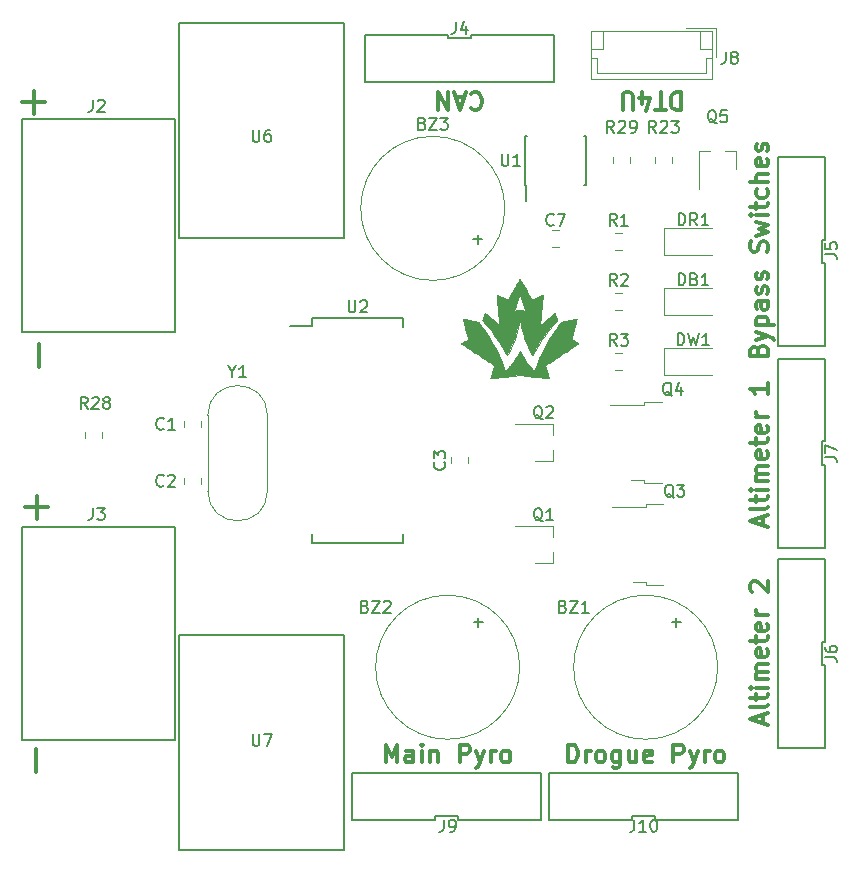
<source format=gbr>
G04 #@! TF.GenerationSoftware,KiCad,Pcbnew,(5.0.1)-3*
G04 #@! TF.CreationDate,2020-01-19T16:42:21-05:00*
G04 #@! TF.ProjectId,recovery_CAN,7265636F766572795F43414E2E6B6963,rev?*
G04 #@! TF.SameCoordinates,Original*
G04 #@! TF.FileFunction,Legend,Top*
G04 #@! TF.FilePolarity,Positive*
%FSLAX46Y46*%
G04 Gerber Fmt 4.6, Leading zero omitted, Abs format (unit mm)*
G04 Created by KiCad (PCBNEW (5.0.1)-3) date 2020-01-19 4:42:21 PM*
%MOMM*%
%LPD*%
G01*
G04 APERTURE LIST*
%ADD10C,0.300000*%
%ADD11C,0.120000*%
%ADD12C,0.150000*%
%ADD13C,0.010000*%
G04 APERTURE END LIST*
D10*
X242058000Y-98964000D02*
X242058000Y-98249714D01*
X242486571Y-99106857D02*
X240986571Y-98606857D01*
X242486571Y-98106857D01*
X242486571Y-97392571D02*
X242415142Y-97535428D01*
X242272285Y-97606857D01*
X240986571Y-97606857D01*
X241486571Y-97035428D02*
X241486571Y-96464000D01*
X240986571Y-96821142D02*
X242272285Y-96821142D01*
X242415142Y-96749714D01*
X242486571Y-96606857D01*
X242486571Y-96464000D01*
X242486571Y-95964000D02*
X241486571Y-95964000D01*
X240986571Y-95964000D02*
X241058000Y-96035428D01*
X241129428Y-95964000D01*
X241058000Y-95892571D01*
X240986571Y-95964000D01*
X241129428Y-95964000D01*
X242486571Y-95249714D02*
X241486571Y-95249714D01*
X241629428Y-95249714D02*
X241558000Y-95178285D01*
X241486571Y-95035428D01*
X241486571Y-94821142D01*
X241558000Y-94678285D01*
X241700857Y-94606857D01*
X242486571Y-94606857D01*
X241700857Y-94606857D02*
X241558000Y-94535428D01*
X241486571Y-94392571D01*
X241486571Y-94178285D01*
X241558000Y-94035428D01*
X241700857Y-93964000D01*
X242486571Y-93964000D01*
X242415142Y-92678285D02*
X242486571Y-92821142D01*
X242486571Y-93106857D01*
X242415142Y-93249714D01*
X242272285Y-93321142D01*
X241700857Y-93321142D01*
X241558000Y-93249714D01*
X241486571Y-93106857D01*
X241486571Y-92821142D01*
X241558000Y-92678285D01*
X241700857Y-92606857D01*
X241843714Y-92606857D01*
X241986571Y-93321142D01*
X241486571Y-92178285D02*
X241486571Y-91606857D01*
X240986571Y-91964000D02*
X242272285Y-91964000D01*
X242415142Y-91892571D01*
X242486571Y-91749714D01*
X242486571Y-91606857D01*
X242415142Y-90535428D02*
X242486571Y-90678285D01*
X242486571Y-90964000D01*
X242415142Y-91106857D01*
X242272285Y-91178285D01*
X241700857Y-91178285D01*
X241558000Y-91106857D01*
X241486571Y-90964000D01*
X241486571Y-90678285D01*
X241558000Y-90535428D01*
X241700857Y-90464000D01*
X241843714Y-90464000D01*
X241986571Y-91178285D01*
X242486571Y-89821142D02*
X241486571Y-89821142D01*
X241772285Y-89821142D02*
X241629428Y-89749714D01*
X241558000Y-89678285D01*
X241486571Y-89535428D01*
X241486571Y-89392571D01*
X242486571Y-86964000D02*
X242486571Y-87821142D01*
X242486571Y-87392571D02*
X240986571Y-87392571D01*
X241200857Y-87535428D01*
X241343714Y-87678285D01*
X241415142Y-87821142D01*
X180775428Y-85549619D02*
X180775428Y-83614380D01*
X180521428Y-119839619D02*
X180521428Y-117904380D01*
X179372380Y-63173428D02*
X181307619Y-63173428D01*
X180340000Y-64141047D02*
X180340000Y-62205809D01*
X179626380Y-97463428D02*
X181561619Y-97463428D01*
X180594000Y-98431047D02*
X180594000Y-96495809D01*
X235128285Y-62313428D02*
X235128285Y-63813428D01*
X234771142Y-63813428D01*
X234556857Y-63742000D01*
X234414000Y-63599142D01*
X234342571Y-63456285D01*
X234271142Y-63170571D01*
X234271142Y-62956285D01*
X234342571Y-62670571D01*
X234414000Y-62527714D01*
X234556857Y-62384857D01*
X234771142Y-62313428D01*
X235128285Y-62313428D01*
X233842571Y-63813428D02*
X232985428Y-63813428D01*
X233414000Y-62313428D02*
X233414000Y-63813428D01*
X231842571Y-63313428D02*
X231842571Y-62313428D01*
X232199714Y-63884857D02*
X232556857Y-62813428D01*
X231628285Y-62813428D01*
X231056857Y-63813428D02*
X231056857Y-62599142D01*
X230985428Y-62456285D01*
X230914000Y-62384857D01*
X230771142Y-62313428D01*
X230485428Y-62313428D01*
X230342571Y-62384857D01*
X230271142Y-62456285D01*
X230199714Y-62599142D01*
X230199714Y-63813428D01*
X217372285Y-62456285D02*
X217443714Y-62384857D01*
X217658000Y-62313428D01*
X217800857Y-62313428D01*
X218015142Y-62384857D01*
X218158000Y-62527714D01*
X218229428Y-62670571D01*
X218300857Y-62956285D01*
X218300857Y-63170571D01*
X218229428Y-63456285D01*
X218158000Y-63599142D01*
X218015142Y-63742000D01*
X217800857Y-63813428D01*
X217658000Y-63813428D01*
X217443714Y-63742000D01*
X217372285Y-63670571D01*
X216800857Y-62742000D02*
X216086571Y-62742000D01*
X216943714Y-62313428D02*
X216443714Y-63813428D01*
X215943714Y-62313428D01*
X215443714Y-62313428D02*
X215443714Y-63813428D01*
X214586571Y-62313428D01*
X214586571Y-63813428D01*
X241700857Y-84156285D02*
X241772285Y-83942000D01*
X241843714Y-83870571D01*
X241986571Y-83799142D01*
X242200857Y-83799142D01*
X242343714Y-83870571D01*
X242415142Y-83942000D01*
X242486571Y-84084857D01*
X242486571Y-84656285D01*
X240986571Y-84656285D01*
X240986571Y-84156285D01*
X241058000Y-84013428D01*
X241129428Y-83942000D01*
X241272285Y-83870571D01*
X241415142Y-83870571D01*
X241558000Y-83942000D01*
X241629428Y-84013428D01*
X241700857Y-84156285D01*
X241700857Y-84656285D01*
X241486571Y-83299142D02*
X242486571Y-82942000D01*
X241486571Y-82584857D02*
X242486571Y-82942000D01*
X242843714Y-83084857D01*
X242915142Y-83156285D01*
X242986571Y-83299142D01*
X241486571Y-82013428D02*
X242986571Y-82013428D01*
X241558000Y-82013428D02*
X241486571Y-81870571D01*
X241486571Y-81584857D01*
X241558000Y-81442000D01*
X241629428Y-81370571D01*
X241772285Y-81299142D01*
X242200857Y-81299142D01*
X242343714Y-81370571D01*
X242415142Y-81442000D01*
X242486571Y-81584857D01*
X242486571Y-81870571D01*
X242415142Y-82013428D01*
X242486571Y-80013428D02*
X241700857Y-80013428D01*
X241558000Y-80084857D01*
X241486571Y-80227714D01*
X241486571Y-80513428D01*
X241558000Y-80656285D01*
X242415142Y-80013428D02*
X242486571Y-80156285D01*
X242486571Y-80513428D01*
X242415142Y-80656285D01*
X242272285Y-80727714D01*
X242129428Y-80727714D01*
X241986571Y-80656285D01*
X241915142Y-80513428D01*
X241915142Y-80156285D01*
X241843714Y-80013428D01*
X242415142Y-79370571D02*
X242486571Y-79227714D01*
X242486571Y-78942000D01*
X242415142Y-78799142D01*
X242272285Y-78727714D01*
X242200857Y-78727714D01*
X242058000Y-78799142D01*
X241986571Y-78942000D01*
X241986571Y-79156285D01*
X241915142Y-79299142D01*
X241772285Y-79370571D01*
X241700857Y-79370571D01*
X241558000Y-79299142D01*
X241486571Y-79156285D01*
X241486571Y-78942000D01*
X241558000Y-78799142D01*
X242415142Y-78156285D02*
X242486571Y-78013428D01*
X242486571Y-77727714D01*
X242415142Y-77584857D01*
X242272285Y-77513428D01*
X242200857Y-77513428D01*
X242058000Y-77584857D01*
X241986571Y-77727714D01*
X241986571Y-77942000D01*
X241915142Y-78084857D01*
X241772285Y-78156285D01*
X241700857Y-78156285D01*
X241558000Y-78084857D01*
X241486571Y-77942000D01*
X241486571Y-77727714D01*
X241558000Y-77584857D01*
X242415142Y-75799142D02*
X242486571Y-75584857D01*
X242486571Y-75227714D01*
X242415142Y-75084857D01*
X242343714Y-75013428D01*
X242200857Y-74942000D01*
X242058000Y-74942000D01*
X241915142Y-75013428D01*
X241843714Y-75084857D01*
X241772285Y-75227714D01*
X241700857Y-75513428D01*
X241629428Y-75656285D01*
X241558000Y-75727714D01*
X241415142Y-75799142D01*
X241272285Y-75799142D01*
X241129428Y-75727714D01*
X241058000Y-75656285D01*
X240986571Y-75513428D01*
X240986571Y-75156285D01*
X241058000Y-74942000D01*
X241486571Y-74442000D02*
X242486571Y-74156285D01*
X241772285Y-73870571D01*
X242486571Y-73584857D01*
X241486571Y-73299142D01*
X242486571Y-72727714D02*
X241486571Y-72727714D01*
X240986571Y-72727714D02*
X241058000Y-72799142D01*
X241129428Y-72727714D01*
X241058000Y-72656285D01*
X240986571Y-72727714D01*
X241129428Y-72727714D01*
X241486571Y-72227714D02*
X241486571Y-71656285D01*
X240986571Y-72013428D02*
X242272285Y-72013428D01*
X242415142Y-71942000D01*
X242486571Y-71799142D01*
X242486571Y-71656285D01*
X242415142Y-70513428D02*
X242486571Y-70656285D01*
X242486571Y-70942000D01*
X242415142Y-71084857D01*
X242343714Y-71156285D01*
X242200857Y-71227714D01*
X241772285Y-71227714D01*
X241629428Y-71156285D01*
X241558000Y-71084857D01*
X241486571Y-70942000D01*
X241486571Y-70656285D01*
X241558000Y-70513428D01*
X242486571Y-69870571D02*
X240986571Y-69870571D01*
X242486571Y-69227714D02*
X241700857Y-69227714D01*
X241558000Y-69299142D01*
X241486571Y-69442000D01*
X241486571Y-69656285D01*
X241558000Y-69799142D01*
X241629428Y-69870571D01*
X242415142Y-67942000D02*
X242486571Y-68084857D01*
X242486571Y-68370571D01*
X242415142Y-68513428D01*
X242272285Y-68584857D01*
X241700857Y-68584857D01*
X241558000Y-68513428D01*
X241486571Y-68370571D01*
X241486571Y-68084857D01*
X241558000Y-67942000D01*
X241700857Y-67870571D01*
X241843714Y-67870571D01*
X241986571Y-68584857D01*
X242415142Y-67299142D02*
X242486571Y-67156285D01*
X242486571Y-66870571D01*
X242415142Y-66727714D01*
X242272285Y-66656285D01*
X242200857Y-66656285D01*
X242058000Y-66727714D01*
X241986571Y-66870571D01*
X241986571Y-67084857D01*
X241915142Y-67227714D01*
X241772285Y-67299142D01*
X241700857Y-67299142D01*
X241558000Y-67227714D01*
X241486571Y-67084857D01*
X241486571Y-66870571D01*
X241558000Y-66727714D01*
X242058000Y-115728000D02*
X242058000Y-115013714D01*
X242486571Y-115870857D02*
X240986571Y-115370857D01*
X242486571Y-114870857D01*
X242486571Y-114156571D02*
X242415142Y-114299428D01*
X242272285Y-114370857D01*
X240986571Y-114370857D01*
X241486571Y-113799428D02*
X241486571Y-113228000D01*
X240986571Y-113585142D02*
X242272285Y-113585142D01*
X242415142Y-113513714D01*
X242486571Y-113370857D01*
X242486571Y-113228000D01*
X242486571Y-112728000D02*
X241486571Y-112728000D01*
X240986571Y-112728000D02*
X241058000Y-112799428D01*
X241129428Y-112728000D01*
X241058000Y-112656571D01*
X240986571Y-112728000D01*
X241129428Y-112728000D01*
X242486571Y-112013714D02*
X241486571Y-112013714D01*
X241629428Y-112013714D02*
X241558000Y-111942285D01*
X241486571Y-111799428D01*
X241486571Y-111585142D01*
X241558000Y-111442285D01*
X241700857Y-111370857D01*
X242486571Y-111370857D01*
X241700857Y-111370857D02*
X241558000Y-111299428D01*
X241486571Y-111156571D01*
X241486571Y-110942285D01*
X241558000Y-110799428D01*
X241700857Y-110728000D01*
X242486571Y-110728000D01*
X242415142Y-109442285D02*
X242486571Y-109585142D01*
X242486571Y-109870857D01*
X242415142Y-110013714D01*
X242272285Y-110085142D01*
X241700857Y-110085142D01*
X241558000Y-110013714D01*
X241486571Y-109870857D01*
X241486571Y-109585142D01*
X241558000Y-109442285D01*
X241700857Y-109370857D01*
X241843714Y-109370857D01*
X241986571Y-110085142D01*
X241486571Y-108942285D02*
X241486571Y-108370857D01*
X240986571Y-108728000D02*
X242272285Y-108728000D01*
X242415142Y-108656571D01*
X242486571Y-108513714D01*
X242486571Y-108370857D01*
X242415142Y-107299428D02*
X242486571Y-107442285D01*
X242486571Y-107728000D01*
X242415142Y-107870857D01*
X242272285Y-107942285D01*
X241700857Y-107942285D01*
X241558000Y-107870857D01*
X241486571Y-107728000D01*
X241486571Y-107442285D01*
X241558000Y-107299428D01*
X241700857Y-107228000D01*
X241843714Y-107228000D01*
X241986571Y-107942285D01*
X242486571Y-106585142D02*
X241486571Y-106585142D01*
X241772285Y-106585142D02*
X241629428Y-106513714D01*
X241558000Y-106442285D01*
X241486571Y-106299428D01*
X241486571Y-106156571D01*
X241129428Y-104585142D02*
X241058000Y-104513714D01*
X240986571Y-104370857D01*
X240986571Y-104013714D01*
X241058000Y-103870857D01*
X241129428Y-103799428D01*
X241272285Y-103728000D01*
X241415142Y-103728000D01*
X241629428Y-103799428D01*
X242486571Y-104656571D01*
X242486571Y-103728000D01*
X210142000Y-119042571D02*
X210142000Y-117542571D01*
X210642000Y-118614000D01*
X211142000Y-117542571D01*
X211142000Y-119042571D01*
X212499142Y-119042571D02*
X212499142Y-118256857D01*
X212427714Y-118114000D01*
X212284857Y-118042571D01*
X211999142Y-118042571D01*
X211856285Y-118114000D01*
X212499142Y-118971142D02*
X212356285Y-119042571D01*
X211999142Y-119042571D01*
X211856285Y-118971142D01*
X211784857Y-118828285D01*
X211784857Y-118685428D01*
X211856285Y-118542571D01*
X211999142Y-118471142D01*
X212356285Y-118471142D01*
X212499142Y-118399714D01*
X213213428Y-119042571D02*
X213213428Y-118042571D01*
X213213428Y-117542571D02*
X213142000Y-117614000D01*
X213213428Y-117685428D01*
X213284857Y-117614000D01*
X213213428Y-117542571D01*
X213213428Y-117685428D01*
X213927714Y-118042571D02*
X213927714Y-119042571D01*
X213927714Y-118185428D02*
X213999142Y-118114000D01*
X214142000Y-118042571D01*
X214356285Y-118042571D01*
X214499142Y-118114000D01*
X214570571Y-118256857D01*
X214570571Y-119042571D01*
X216427714Y-119042571D02*
X216427714Y-117542571D01*
X216999142Y-117542571D01*
X217142000Y-117614000D01*
X217213428Y-117685428D01*
X217284857Y-117828285D01*
X217284857Y-118042571D01*
X217213428Y-118185428D01*
X217142000Y-118256857D01*
X216999142Y-118328285D01*
X216427714Y-118328285D01*
X217784857Y-118042571D02*
X218142000Y-119042571D01*
X218499142Y-118042571D02*
X218142000Y-119042571D01*
X217999142Y-119399714D01*
X217927714Y-119471142D01*
X217784857Y-119542571D01*
X219070571Y-119042571D02*
X219070571Y-118042571D01*
X219070571Y-118328285D02*
X219142000Y-118185428D01*
X219213428Y-118114000D01*
X219356285Y-118042571D01*
X219499142Y-118042571D01*
X220213428Y-119042571D02*
X220070571Y-118971142D01*
X219999142Y-118899714D01*
X219927714Y-118756857D01*
X219927714Y-118328285D01*
X219999142Y-118185428D01*
X220070571Y-118114000D01*
X220213428Y-118042571D01*
X220427714Y-118042571D01*
X220570571Y-118114000D01*
X220642000Y-118185428D01*
X220713428Y-118328285D01*
X220713428Y-118756857D01*
X220642000Y-118899714D01*
X220570571Y-118971142D01*
X220427714Y-119042571D01*
X220213428Y-119042571D01*
X225584571Y-119042571D02*
X225584571Y-117542571D01*
X225941714Y-117542571D01*
X226156000Y-117614000D01*
X226298857Y-117756857D01*
X226370285Y-117899714D01*
X226441714Y-118185428D01*
X226441714Y-118399714D01*
X226370285Y-118685428D01*
X226298857Y-118828285D01*
X226156000Y-118971142D01*
X225941714Y-119042571D01*
X225584571Y-119042571D01*
X227084571Y-119042571D02*
X227084571Y-118042571D01*
X227084571Y-118328285D02*
X227156000Y-118185428D01*
X227227428Y-118114000D01*
X227370285Y-118042571D01*
X227513142Y-118042571D01*
X228227428Y-119042571D02*
X228084571Y-118971142D01*
X228013142Y-118899714D01*
X227941714Y-118756857D01*
X227941714Y-118328285D01*
X228013142Y-118185428D01*
X228084571Y-118114000D01*
X228227428Y-118042571D01*
X228441714Y-118042571D01*
X228584571Y-118114000D01*
X228656000Y-118185428D01*
X228727428Y-118328285D01*
X228727428Y-118756857D01*
X228656000Y-118899714D01*
X228584571Y-118971142D01*
X228441714Y-119042571D01*
X228227428Y-119042571D01*
X230013142Y-118042571D02*
X230013142Y-119256857D01*
X229941714Y-119399714D01*
X229870285Y-119471142D01*
X229727428Y-119542571D01*
X229513142Y-119542571D01*
X229370285Y-119471142D01*
X230013142Y-118971142D02*
X229870285Y-119042571D01*
X229584571Y-119042571D01*
X229441714Y-118971142D01*
X229370285Y-118899714D01*
X229298857Y-118756857D01*
X229298857Y-118328285D01*
X229370285Y-118185428D01*
X229441714Y-118114000D01*
X229584571Y-118042571D01*
X229870285Y-118042571D01*
X230013142Y-118114000D01*
X231370285Y-118042571D02*
X231370285Y-119042571D01*
X230727428Y-118042571D02*
X230727428Y-118828285D01*
X230798857Y-118971142D01*
X230941714Y-119042571D01*
X231156000Y-119042571D01*
X231298857Y-118971142D01*
X231370285Y-118899714D01*
X232656000Y-118971142D02*
X232513142Y-119042571D01*
X232227428Y-119042571D01*
X232084571Y-118971142D01*
X232013142Y-118828285D01*
X232013142Y-118256857D01*
X232084571Y-118114000D01*
X232227428Y-118042571D01*
X232513142Y-118042571D01*
X232656000Y-118114000D01*
X232727428Y-118256857D01*
X232727428Y-118399714D01*
X232013142Y-118542571D01*
X234513142Y-119042571D02*
X234513142Y-117542571D01*
X235084571Y-117542571D01*
X235227428Y-117614000D01*
X235298857Y-117685428D01*
X235370285Y-117828285D01*
X235370285Y-118042571D01*
X235298857Y-118185428D01*
X235227428Y-118256857D01*
X235084571Y-118328285D01*
X234513142Y-118328285D01*
X235870285Y-118042571D02*
X236227428Y-119042571D01*
X236584571Y-118042571D02*
X236227428Y-119042571D01*
X236084571Y-119399714D01*
X236013142Y-119471142D01*
X235870285Y-119542571D01*
X237156000Y-119042571D02*
X237156000Y-118042571D01*
X237156000Y-118328285D02*
X237227428Y-118185428D01*
X237298857Y-118114000D01*
X237441714Y-118042571D01*
X237584571Y-118042571D01*
X238298857Y-119042571D02*
X238156000Y-118971142D01*
X238084571Y-118899714D01*
X238013142Y-118756857D01*
X238013142Y-118328285D01*
X238084571Y-118185428D01*
X238156000Y-118114000D01*
X238298857Y-118042571D01*
X238513142Y-118042571D01*
X238656000Y-118114000D01*
X238727428Y-118185428D01*
X238798857Y-118328285D01*
X238798857Y-118756857D01*
X238727428Y-118899714D01*
X238656000Y-118971142D01*
X238513142Y-119042571D01*
X238298857Y-119042571D01*
D11*
G04 #@! TO.C,Y1*
X200137000Y-89664000D02*
X200137000Y-96064000D01*
X195087000Y-89664000D02*
X195087000Y-96064000D01*
X195087000Y-89664000D02*
G75*
G02X200137000Y-89664000I2525000J0D01*
G01*
X195087000Y-96064000D02*
G75*
G03X200137000Y-96064000I2525000J0D01*
G01*
D12*
G04 #@! TO.C,J3*
X179338000Y-117168000D02*
X192338000Y-117168000D01*
X192338000Y-99118000D02*
X192338000Y-117168000D01*
X179338000Y-99118000D02*
X192338000Y-99118000D01*
X179338000Y-117168000D02*
X179338000Y-99118000D01*
D11*
G04 #@! TO.C,BZ3*
X220232000Y-72136000D02*
G75*
G03X220232000Y-72136000I-6100000J0D01*
G01*
D12*
G04 #@! TO.C,U2*
X203897000Y-81407000D02*
X203897000Y-82057000D01*
X211647000Y-81407000D02*
X211647000Y-82152000D01*
X211647000Y-100457000D02*
X211647000Y-99712000D01*
X203897000Y-100457000D02*
X203897000Y-99712000D01*
X203897000Y-81407000D02*
X211647000Y-81407000D01*
X203897000Y-100457000D02*
X211647000Y-100457000D01*
X203897000Y-82057000D02*
X202072000Y-82057000D01*
G04 #@! TO.C,J7*
X243364000Y-100876000D02*
X247364000Y-100876000D01*
X243364000Y-84876000D02*
X243364000Y-100876000D01*
X247364000Y-84876000D02*
X243364000Y-84876000D01*
X247364000Y-91876000D02*
X247364000Y-84876000D01*
X247064000Y-91876000D02*
X247364000Y-91876000D01*
X247064000Y-93876000D02*
X247064000Y-91876000D01*
X247364000Y-93876000D02*
X247064000Y-93876000D01*
X247364000Y-100876000D02*
X247364000Y-93876000D01*
D11*
G04 #@! TO.C,DB1*
X233723500Y-81145000D02*
X237783500Y-81145000D01*
X233723500Y-78875000D02*
X233723500Y-81145000D01*
X237783500Y-78875000D02*
X233723500Y-78875000D01*
G04 #@! TO.C,DR1*
X237783500Y-73795000D02*
X233723500Y-73795000D01*
X233723500Y-73795000D02*
X233723500Y-76065000D01*
X233723500Y-76065000D02*
X237783500Y-76065000D01*
G04 #@! TO.C,DW1*
X237783500Y-83955000D02*
X233723500Y-83955000D01*
X233723500Y-83955000D02*
X233723500Y-86225000D01*
X233723500Y-86225000D02*
X237783500Y-86225000D01*
G04 #@! TO.C,C1*
X193092000Y-90685252D02*
X193092000Y-90162748D01*
X194512000Y-90685252D02*
X194512000Y-90162748D01*
G04 #@! TO.C,C2*
X193092000Y-94988748D02*
X193092000Y-95511252D01*
X194512000Y-94988748D02*
X194512000Y-95511252D01*
G04 #@! TO.C,C7*
X224788252Y-75386000D02*
X224265748Y-75386000D01*
X224788252Y-73966000D02*
X224265748Y-73966000D01*
G04 #@! TO.C,C3*
X215698000Y-93724252D02*
X215698000Y-93201748D01*
X217118000Y-93724252D02*
X217118000Y-93201748D01*
D12*
G04 #@! TO.C,U1*
X221961000Y-70147000D02*
X222011000Y-70147000D01*
X221961000Y-65997000D02*
X222106000Y-65997000D01*
X227111000Y-65997000D02*
X226966000Y-65997000D01*
X227111000Y-70147000D02*
X226966000Y-70147000D01*
X221961000Y-70147000D02*
X221961000Y-65997000D01*
X227111000Y-70147000D02*
X227111000Y-65997000D01*
X222011000Y-70147000D02*
X222011000Y-71547000D01*
D11*
G04 #@! TO.C,R1*
X230122252Y-74220000D02*
X229599748Y-74220000D01*
X230122252Y-75640000D02*
X229599748Y-75640000D01*
G04 #@! TO.C,R2*
X230122252Y-80720000D02*
X229599748Y-80720000D01*
X230122252Y-79300000D02*
X229599748Y-79300000D01*
G04 #@! TO.C,R3*
X230122252Y-84380000D02*
X229599748Y-84380000D01*
X230122252Y-85800000D02*
X229599748Y-85800000D01*
G04 #@! TO.C,R23*
X232970000Y-68324252D02*
X232970000Y-67801748D01*
X234390000Y-68324252D02*
X234390000Y-67801748D01*
G04 #@! TO.C,R28*
X186130000Y-91583252D02*
X186130000Y-91060748D01*
X184710000Y-91583252D02*
X184710000Y-91060748D01*
G04 #@! TO.C,R29*
X229414000Y-67810748D02*
X229414000Y-68333252D01*
X230834000Y-67810748D02*
X230834000Y-68333252D01*
G04 #@! TO.C,Q1*
X224280000Y-102164000D02*
X224280000Y-101234000D01*
X224280000Y-99004000D02*
X224280000Y-99934000D01*
X224280000Y-99004000D02*
X221120000Y-99004000D01*
X224280000Y-102164000D02*
X222820000Y-102164000D01*
G04 #@! TO.C,Q2*
X224280000Y-93528000D02*
X222820000Y-93528000D01*
X224280000Y-90368000D02*
X221120000Y-90368000D01*
X224280000Y-90368000D02*
X224280000Y-91298000D01*
X224280000Y-93528000D02*
X224280000Y-92598000D01*
G04 #@! TO.C,Q3*
X233658000Y-97134000D02*
X232158000Y-97134000D01*
X232158000Y-97134000D02*
X232158000Y-97404000D01*
X232158000Y-97404000D02*
X229328000Y-97404000D01*
X233658000Y-104034000D02*
X232158000Y-104034000D01*
X232158000Y-104034000D02*
X232158000Y-103764000D01*
X232158000Y-103764000D02*
X231058000Y-103764000D01*
G04 #@! TO.C,Q4*
X232007000Y-95129000D02*
X230907000Y-95129000D01*
X232007000Y-95399000D02*
X232007000Y-95129000D01*
X233507000Y-95399000D02*
X232007000Y-95399000D01*
X232007000Y-88769000D02*
X229177000Y-88769000D01*
X232007000Y-88499000D02*
X232007000Y-88769000D01*
X233507000Y-88499000D02*
X232007000Y-88499000D01*
D12*
G04 #@! TO.C,J4*
X224408000Y-57452000D02*
X217408000Y-57452000D01*
X217408000Y-57452000D02*
X217408000Y-57752000D01*
X217408000Y-57752000D02*
X215408000Y-57752000D01*
X215408000Y-57752000D02*
X215408000Y-57452000D01*
X215408000Y-57452000D02*
X208408000Y-57452000D01*
X208408000Y-57452000D02*
X208408000Y-61452000D01*
X208408000Y-61452000D02*
X224408000Y-61452000D01*
X224408000Y-61452000D02*
X224408000Y-57452000D01*
G04 #@! TO.C,U6*
X192643760Y-74676000D02*
X192643760Y-56476900D01*
X192643760Y-56476900D02*
X206644240Y-56476900D01*
X206644240Y-56476900D02*
X206644240Y-74676000D01*
X206644240Y-74676000D02*
X192643760Y-74676000D01*
G04 #@! TO.C,U7*
X206644240Y-126492000D02*
X192643760Y-126492000D01*
X206644240Y-108292900D02*
X206644240Y-126492000D01*
X192643760Y-108292900D02*
X206644240Y-108292900D01*
X192643760Y-126492000D02*
X192643760Y-108292900D01*
G04 #@! TO.C,J5*
X247364000Y-83780000D02*
X247364000Y-76780000D01*
X247364000Y-76780000D02*
X247064000Y-76780000D01*
X247064000Y-76780000D02*
X247064000Y-74780000D01*
X247064000Y-74780000D02*
X247364000Y-74780000D01*
X247364000Y-74780000D02*
X247364000Y-67780000D01*
X247364000Y-67780000D02*
X243364000Y-67780000D01*
X243364000Y-67780000D02*
X243364000Y-83780000D01*
X243364000Y-83780000D02*
X247364000Y-83780000D01*
G04 #@! TO.C,J6*
X247364000Y-117816000D02*
X247364000Y-110816000D01*
X247364000Y-110816000D02*
X247064000Y-110816000D01*
X247064000Y-110816000D02*
X247064000Y-108816000D01*
X247064000Y-108816000D02*
X247364000Y-108816000D01*
X247364000Y-108816000D02*
X247364000Y-101816000D01*
X247364000Y-101816000D02*
X243364000Y-101816000D01*
X243364000Y-101816000D02*
X243364000Y-117816000D01*
X243364000Y-117816000D02*
X247364000Y-117816000D01*
G04 #@! TO.C,J9*
X207304000Y-119920000D02*
X207304000Y-123920000D01*
X223304000Y-119920000D02*
X207304000Y-119920000D01*
X223304000Y-123920000D02*
X223304000Y-119920000D01*
X216304000Y-123920000D02*
X223304000Y-123920000D01*
X216304000Y-123620000D02*
X216304000Y-123920000D01*
X214304000Y-123620000D02*
X216304000Y-123620000D01*
X214304000Y-123920000D02*
X214304000Y-123620000D01*
X207304000Y-123920000D02*
X214304000Y-123920000D01*
G04 #@! TO.C,J10*
X223990000Y-123920000D02*
X230990000Y-123920000D01*
X230990000Y-123920000D02*
X230990000Y-123620000D01*
X230990000Y-123620000D02*
X232990000Y-123620000D01*
X232990000Y-123620000D02*
X232990000Y-123920000D01*
X232990000Y-123920000D02*
X239990000Y-123920000D01*
X239990000Y-123920000D02*
X239990000Y-119920000D01*
X239990000Y-119920000D02*
X223990000Y-119920000D01*
X223990000Y-119920000D02*
X223990000Y-123920000D01*
G04 #@! TO.C,J2*
X179338000Y-82624000D02*
X192338000Y-82624000D01*
X192338000Y-64574000D02*
X192338000Y-82624000D01*
X179338000Y-64574000D02*
X192338000Y-64574000D01*
X179338000Y-82624000D02*
X179338000Y-64574000D01*
D11*
G04 #@! TO.C,BZ1*
X238256000Y-110988000D02*
G75*
G03X238256000Y-110988000I-6100000J0D01*
G01*
G04 #@! TO.C,BZ2*
X221492000Y-110988000D02*
G75*
G03X221492000Y-110988000I-6100000J0D01*
G01*
G04 #@! TO.C,J8*
X237774000Y-61146000D02*
X237774000Y-57126000D01*
X237774000Y-57126000D02*
X227554000Y-57126000D01*
X227554000Y-57126000D02*
X227554000Y-61146000D01*
X227554000Y-61146000D02*
X237774000Y-61146000D01*
X237774000Y-59436000D02*
X237274000Y-59436000D01*
X237274000Y-59436000D02*
X237274000Y-60646000D01*
X237274000Y-60646000D02*
X228054000Y-60646000D01*
X228054000Y-60646000D02*
X228054000Y-59436000D01*
X228054000Y-59436000D02*
X227554000Y-59436000D01*
X237774000Y-58626000D02*
X236774000Y-58626000D01*
X236774000Y-58626000D02*
X236774000Y-57126000D01*
X227554000Y-58626000D02*
X228554000Y-58626000D01*
X228554000Y-58626000D02*
X228554000Y-57126000D01*
X238074000Y-59326000D02*
X238074000Y-56826000D01*
X238074000Y-56826000D02*
X235574000Y-56826000D01*
G04 #@! TO.C,Q5*
X239832000Y-67312000D02*
X239832000Y-68772000D01*
X236672000Y-67312000D02*
X236672000Y-70472000D01*
X236672000Y-67312000D02*
X237602000Y-67312000D01*
X239832000Y-67312000D02*
X238902000Y-67312000D01*
D13*
G04 #@! TO.C,G\002A\002A\002A*
G36*
X221503828Y-78091810D02*
X221525031Y-78126138D01*
X221557466Y-78180988D01*
X221600034Y-78254430D01*
X221651634Y-78344537D01*
X221711166Y-78449380D01*
X221777530Y-78567029D01*
X221849626Y-78695556D01*
X221926352Y-78833033D01*
X221992894Y-78952787D01*
X222072738Y-79096733D01*
X222148795Y-79233789D01*
X222219965Y-79361976D01*
X222285147Y-79479311D01*
X222343238Y-79583816D01*
X222393138Y-79673509D01*
X222433745Y-79746410D01*
X222463959Y-79800539D01*
X222482678Y-79833916D01*
X222488667Y-79844394D01*
X222497114Y-79847201D01*
X222516819Y-79843900D01*
X222549826Y-79833702D01*
X222598180Y-79815817D01*
X222663923Y-79789456D01*
X222749102Y-79753831D01*
X222855760Y-79708152D01*
X222969565Y-79658770D01*
X223076458Y-79612519D01*
X223175265Y-79570396D01*
X223263109Y-79533580D01*
X223337113Y-79503250D01*
X223394398Y-79480585D01*
X223432086Y-79466763D01*
X223447301Y-79462964D01*
X223447399Y-79463034D01*
X223447360Y-79477846D01*
X223444790Y-79518416D01*
X223439859Y-79582798D01*
X223432742Y-79669044D01*
X223423610Y-79775209D01*
X223412635Y-79899346D01*
X223399990Y-80039509D01*
X223385848Y-80193751D01*
X223370380Y-80360127D01*
X223353760Y-80536690D01*
X223336159Y-80721493D01*
X223333212Y-80752226D01*
X223315441Y-80938115D01*
X223298564Y-81116027D01*
X223282758Y-81284020D01*
X223268198Y-81440154D01*
X223255063Y-81582488D01*
X223243528Y-81709082D01*
X223233769Y-81817995D01*
X223225965Y-81907285D01*
X223220291Y-81975013D01*
X223216923Y-82019238D01*
X223216040Y-82038019D01*
X223216145Y-82038538D01*
X223227303Y-82030621D01*
X223257375Y-82005773D01*
X223304513Y-81965605D01*
X223366867Y-81911726D01*
X223442591Y-81845745D01*
X223529835Y-81769272D01*
X223626751Y-81683918D01*
X223731490Y-81591291D01*
X223824122Y-81509079D01*
X223934216Y-81411387D01*
X224038199Y-81319446D01*
X224134200Y-81234890D01*
X224220348Y-81159352D01*
X224294769Y-81094465D01*
X224355594Y-81041861D01*
X224400949Y-81003174D01*
X224428964Y-80980035D01*
X224437706Y-80973809D01*
X224441955Y-80976925D01*
X224448484Y-80987816D01*
X224458198Y-81008795D01*
X224472002Y-81042177D01*
X224490801Y-81090276D01*
X224515501Y-81155404D01*
X224547006Y-81239877D01*
X224586222Y-81346007D01*
X224631506Y-81469166D01*
X224672853Y-81581784D01*
X224554252Y-81718604D01*
X224401232Y-81899611D01*
X224240733Y-82097790D01*
X224075007Y-82309920D01*
X223906306Y-82532782D01*
X223736879Y-82763156D01*
X223568979Y-82997821D01*
X223404857Y-83233558D01*
X223246764Y-83467146D01*
X223096952Y-83695366D01*
X222957672Y-83914997D01*
X222831174Y-84122819D01*
X222719711Y-84315613D01*
X222652384Y-84438873D01*
X222576801Y-84581245D01*
X222530889Y-84514515D01*
X222443367Y-84377790D01*
X222352677Y-84218444D01*
X222260999Y-84041174D01*
X222170514Y-83850674D01*
X222083404Y-83651642D01*
X222001849Y-83448774D01*
X221928031Y-83246765D01*
X221891615Y-83138028D01*
X221825949Y-82923960D01*
X221760222Y-82688794D01*
X221696089Y-82439211D01*
X221635209Y-82181896D01*
X221579237Y-81923531D01*
X221535692Y-81702394D01*
X221496258Y-81491527D01*
X221424607Y-81848531D01*
X221345426Y-82220304D01*
X221262014Y-82566580D01*
X221173620Y-82889476D01*
X221079494Y-83191112D01*
X220978885Y-83473606D01*
X220871043Y-83739077D01*
X220755218Y-83989644D01*
X220630660Y-84227427D01*
X220508537Y-84435377D01*
X220475287Y-84488208D01*
X220446863Y-84531711D01*
X220426714Y-84560711D01*
X220418892Y-84569978D01*
X220408561Y-84561278D01*
X220389331Y-84532679D01*
X220364473Y-84489318D01*
X220349925Y-84461697D01*
X220269030Y-84310968D01*
X220171782Y-84142122D01*
X220060158Y-83957990D01*
X219936132Y-83761403D01*
X219801681Y-83555194D01*
X219658781Y-83342193D01*
X219509408Y-83125232D01*
X219355538Y-82907144D01*
X219199147Y-82690758D01*
X219042211Y-82478908D01*
X218886706Y-82274425D01*
X218734608Y-82080139D01*
X218587893Y-81898884D01*
X218448537Y-81733489D01*
X218435666Y-81718604D01*
X218317065Y-81581784D01*
X218358412Y-81469166D01*
X218405808Y-81340271D01*
X218444631Y-81235236D01*
X218475783Y-81151748D01*
X218500169Y-81087495D01*
X218518693Y-81040164D01*
X218532259Y-81007443D01*
X218541771Y-80987020D01*
X218548133Y-80976582D01*
X218552064Y-80973809D01*
X218564244Y-80982801D01*
X218595327Y-81008689D01*
X218643439Y-81049841D01*
X218706710Y-81104626D01*
X218783267Y-81171411D01*
X218871239Y-81248565D01*
X218968755Y-81334455D01*
X219073942Y-81427451D01*
X219165802Y-81508924D01*
X219275727Y-81606381D01*
X219379373Y-81697924D01*
X219474892Y-81781945D01*
X219560436Y-81856835D01*
X219634156Y-81920983D01*
X219694204Y-81972780D01*
X219738732Y-82010618D01*
X219765890Y-82032887D01*
X219773928Y-82038383D01*
X219773449Y-82024018D01*
X219770459Y-81983887D01*
X219765133Y-81919932D01*
X219757650Y-81834093D01*
X219748186Y-81728309D01*
X219736917Y-81604522D01*
X219724021Y-81464672D01*
X219709675Y-81310699D01*
X219694054Y-81144543D01*
X219677337Y-80968146D01*
X219675177Y-80945517D01*
X220989239Y-80945517D01*
X220994325Y-80947002D01*
X221014776Y-80931940D01*
X221046335Y-80903527D01*
X221050419Y-80899611D01*
X221099655Y-80858626D01*
X221160836Y-80816615D01*
X221216603Y-80784857D01*
X221340824Y-80737687D01*
X221466922Y-80717548D01*
X221592146Y-80724020D01*
X221713743Y-80756685D01*
X221828961Y-80815125D01*
X221928904Y-80893106D01*
X221964523Y-80924838D01*
X221989807Y-80944248D01*
X222000583Y-80948247D01*
X222000361Y-80945973D01*
X221994993Y-80929234D01*
X221982093Y-80888302D01*
X221962407Y-80825562D01*
X221936681Y-80743396D01*
X221905659Y-80644191D01*
X221870088Y-80530328D01*
X221830713Y-80404193D01*
X221788280Y-80268169D01*
X221745759Y-80131781D01*
X221701294Y-79989200D01*
X221659315Y-79854742D01*
X221620546Y-79730722D01*
X221585713Y-79619456D01*
X221555542Y-79523256D01*
X221530760Y-79444438D01*
X221512091Y-79385316D01*
X221500262Y-79348205D01*
X221496008Y-79335424D01*
X221491539Y-79347775D01*
X221479530Y-79384420D01*
X221460703Y-79443072D01*
X221435782Y-79521444D01*
X221405489Y-79617248D01*
X221370548Y-79728199D01*
X221331682Y-79852009D01*
X221289614Y-79986391D01*
X221245166Y-80128739D01*
X221200402Y-80272217D01*
X221157981Y-80408064D01*
X221118647Y-80533901D01*
X221083146Y-80647353D01*
X221052223Y-80746042D01*
X221026622Y-80827590D01*
X221007087Y-80889621D01*
X220994365Y-80929757D01*
X220989239Y-80945517D01*
X219675177Y-80945517D01*
X219659700Y-80783447D01*
X219656706Y-80752226D01*
X219638963Y-80566262D01*
X219622175Y-80388220D01*
X219606514Y-80220045D01*
X219592152Y-80063685D01*
X219579262Y-79921086D01*
X219568016Y-79794195D01*
X219558586Y-79684958D01*
X219551144Y-79595322D01*
X219545862Y-79527233D01*
X219542913Y-79482639D01*
X219542469Y-79463484D01*
X219542646Y-79462907D01*
X219556971Y-79466256D01*
X219593875Y-79479663D01*
X219650472Y-79501948D01*
X219723875Y-79531932D01*
X219811197Y-79568435D01*
X219909550Y-79610277D01*
X220016048Y-79656278D01*
X220018249Y-79657236D01*
X220124771Y-79703540D01*
X220223011Y-79746138D01*
X220310105Y-79783797D01*
X220383192Y-79815284D01*
X220439410Y-79839366D01*
X220475897Y-79854809D01*
X220489790Y-79860382D01*
X220489818Y-79860384D01*
X220497169Y-79848521D01*
X220516919Y-79814206D01*
X220548004Y-79759344D01*
X220589354Y-79685843D01*
X220639904Y-79595612D01*
X220698586Y-79490557D01*
X220764333Y-79372586D01*
X220836079Y-79243607D01*
X220912755Y-79105526D01*
X220987822Y-78970132D01*
X221068297Y-78825212D01*
X221145063Y-78687622D01*
X221217032Y-78559271D01*
X221283116Y-78442072D01*
X221342226Y-78337933D01*
X221393275Y-78248764D01*
X221435174Y-78176476D01*
X221466835Y-78122978D01*
X221487169Y-78090182D01*
X221494959Y-78079933D01*
X221503828Y-78091810D01*
X221503828Y-78091810D01*
G37*
X221503828Y-78091810D02*
X221525031Y-78126138D01*
X221557466Y-78180988D01*
X221600034Y-78254430D01*
X221651634Y-78344537D01*
X221711166Y-78449380D01*
X221777530Y-78567029D01*
X221849626Y-78695556D01*
X221926352Y-78833033D01*
X221992894Y-78952787D01*
X222072738Y-79096733D01*
X222148795Y-79233789D01*
X222219965Y-79361976D01*
X222285147Y-79479311D01*
X222343238Y-79583816D01*
X222393138Y-79673509D01*
X222433745Y-79746410D01*
X222463959Y-79800539D01*
X222482678Y-79833916D01*
X222488667Y-79844394D01*
X222497114Y-79847201D01*
X222516819Y-79843900D01*
X222549826Y-79833702D01*
X222598180Y-79815817D01*
X222663923Y-79789456D01*
X222749102Y-79753831D01*
X222855760Y-79708152D01*
X222969565Y-79658770D01*
X223076458Y-79612519D01*
X223175265Y-79570396D01*
X223263109Y-79533580D01*
X223337113Y-79503250D01*
X223394398Y-79480585D01*
X223432086Y-79466763D01*
X223447301Y-79462964D01*
X223447399Y-79463034D01*
X223447360Y-79477846D01*
X223444790Y-79518416D01*
X223439859Y-79582798D01*
X223432742Y-79669044D01*
X223423610Y-79775209D01*
X223412635Y-79899346D01*
X223399990Y-80039509D01*
X223385848Y-80193751D01*
X223370380Y-80360127D01*
X223353760Y-80536690D01*
X223336159Y-80721493D01*
X223333212Y-80752226D01*
X223315441Y-80938115D01*
X223298564Y-81116027D01*
X223282758Y-81284020D01*
X223268198Y-81440154D01*
X223255063Y-81582488D01*
X223243528Y-81709082D01*
X223233769Y-81817995D01*
X223225965Y-81907285D01*
X223220291Y-81975013D01*
X223216923Y-82019238D01*
X223216040Y-82038019D01*
X223216145Y-82038538D01*
X223227303Y-82030621D01*
X223257375Y-82005773D01*
X223304513Y-81965605D01*
X223366867Y-81911726D01*
X223442591Y-81845745D01*
X223529835Y-81769272D01*
X223626751Y-81683918D01*
X223731490Y-81591291D01*
X223824122Y-81509079D01*
X223934216Y-81411387D01*
X224038199Y-81319446D01*
X224134200Y-81234890D01*
X224220348Y-81159352D01*
X224294769Y-81094465D01*
X224355594Y-81041861D01*
X224400949Y-81003174D01*
X224428964Y-80980035D01*
X224437706Y-80973809D01*
X224441955Y-80976925D01*
X224448484Y-80987816D01*
X224458198Y-81008795D01*
X224472002Y-81042177D01*
X224490801Y-81090276D01*
X224515501Y-81155404D01*
X224547006Y-81239877D01*
X224586222Y-81346007D01*
X224631506Y-81469166D01*
X224672853Y-81581784D01*
X224554252Y-81718604D01*
X224401232Y-81899611D01*
X224240733Y-82097790D01*
X224075007Y-82309920D01*
X223906306Y-82532782D01*
X223736879Y-82763156D01*
X223568979Y-82997821D01*
X223404857Y-83233558D01*
X223246764Y-83467146D01*
X223096952Y-83695366D01*
X222957672Y-83914997D01*
X222831174Y-84122819D01*
X222719711Y-84315613D01*
X222652384Y-84438873D01*
X222576801Y-84581245D01*
X222530889Y-84514515D01*
X222443367Y-84377790D01*
X222352677Y-84218444D01*
X222260999Y-84041174D01*
X222170514Y-83850674D01*
X222083404Y-83651642D01*
X222001849Y-83448774D01*
X221928031Y-83246765D01*
X221891615Y-83138028D01*
X221825949Y-82923960D01*
X221760222Y-82688794D01*
X221696089Y-82439211D01*
X221635209Y-82181896D01*
X221579237Y-81923531D01*
X221535692Y-81702394D01*
X221496258Y-81491527D01*
X221424607Y-81848531D01*
X221345426Y-82220304D01*
X221262014Y-82566580D01*
X221173620Y-82889476D01*
X221079494Y-83191112D01*
X220978885Y-83473606D01*
X220871043Y-83739077D01*
X220755218Y-83989644D01*
X220630660Y-84227427D01*
X220508537Y-84435377D01*
X220475287Y-84488208D01*
X220446863Y-84531711D01*
X220426714Y-84560711D01*
X220418892Y-84569978D01*
X220408561Y-84561278D01*
X220389331Y-84532679D01*
X220364473Y-84489318D01*
X220349925Y-84461697D01*
X220269030Y-84310968D01*
X220171782Y-84142122D01*
X220060158Y-83957990D01*
X219936132Y-83761403D01*
X219801681Y-83555194D01*
X219658781Y-83342193D01*
X219509408Y-83125232D01*
X219355538Y-82907144D01*
X219199147Y-82690758D01*
X219042211Y-82478908D01*
X218886706Y-82274425D01*
X218734608Y-82080139D01*
X218587893Y-81898884D01*
X218448537Y-81733489D01*
X218435666Y-81718604D01*
X218317065Y-81581784D01*
X218358412Y-81469166D01*
X218405808Y-81340271D01*
X218444631Y-81235236D01*
X218475783Y-81151748D01*
X218500169Y-81087495D01*
X218518693Y-81040164D01*
X218532259Y-81007443D01*
X218541771Y-80987020D01*
X218548133Y-80976582D01*
X218552064Y-80973809D01*
X218564244Y-80982801D01*
X218595327Y-81008689D01*
X218643439Y-81049841D01*
X218706710Y-81104626D01*
X218783267Y-81171411D01*
X218871239Y-81248565D01*
X218968755Y-81334455D01*
X219073942Y-81427451D01*
X219165802Y-81508924D01*
X219275727Y-81606381D01*
X219379373Y-81697924D01*
X219474892Y-81781945D01*
X219560436Y-81856835D01*
X219634156Y-81920983D01*
X219694204Y-81972780D01*
X219738732Y-82010618D01*
X219765890Y-82032887D01*
X219773928Y-82038383D01*
X219773449Y-82024018D01*
X219770459Y-81983887D01*
X219765133Y-81919932D01*
X219757650Y-81834093D01*
X219748186Y-81728309D01*
X219736917Y-81604522D01*
X219724021Y-81464672D01*
X219709675Y-81310699D01*
X219694054Y-81144543D01*
X219677337Y-80968146D01*
X219675177Y-80945517D01*
X220989239Y-80945517D01*
X220994325Y-80947002D01*
X221014776Y-80931940D01*
X221046335Y-80903527D01*
X221050419Y-80899611D01*
X221099655Y-80858626D01*
X221160836Y-80816615D01*
X221216603Y-80784857D01*
X221340824Y-80737687D01*
X221466922Y-80717548D01*
X221592146Y-80724020D01*
X221713743Y-80756685D01*
X221828961Y-80815125D01*
X221928904Y-80893106D01*
X221964523Y-80924838D01*
X221989807Y-80944248D01*
X222000583Y-80948247D01*
X222000361Y-80945973D01*
X221994993Y-80929234D01*
X221982093Y-80888302D01*
X221962407Y-80825562D01*
X221936681Y-80743396D01*
X221905659Y-80644191D01*
X221870088Y-80530328D01*
X221830713Y-80404193D01*
X221788280Y-80268169D01*
X221745759Y-80131781D01*
X221701294Y-79989200D01*
X221659315Y-79854742D01*
X221620546Y-79730722D01*
X221585713Y-79619456D01*
X221555542Y-79523256D01*
X221530760Y-79444438D01*
X221512091Y-79385316D01*
X221500262Y-79348205D01*
X221496008Y-79335424D01*
X221491539Y-79347775D01*
X221479530Y-79384420D01*
X221460703Y-79443072D01*
X221435782Y-79521444D01*
X221405489Y-79617248D01*
X221370548Y-79728199D01*
X221331682Y-79852009D01*
X221289614Y-79986391D01*
X221245166Y-80128739D01*
X221200402Y-80272217D01*
X221157981Y-80408064D01*
X221118647Y-80533901D01*
X221083146Y-80647353D01*
X221052223Y-80746042D01*
X221026622Y-80827590D01*
X221007087Y-80889621D01*
X220994365Y-80929757D01*
X220989239Y-80945517D01*
X219675177Y-80945517D01*
X219659700Y-80783447D01*
X219656706Y-80752226D01*
X219638963Y-80566262D01*
X219622175Y-80388220D01*
X219606514Y-80220045D01*
X219592152Y-80063685D01*
X219579262Y-79921086D01*
X219568016Y-79794195D01*
X219558586Y-79684958D01*
X219551144Y-79595322D01*
X219545862Y-79527233D01*
X219542913Y-79482639D01*
X219542469Y-79463484D01*
X219542646Y-79462907D01*
X219556971Y-79466256D01*
X219593875Y-79479663D01*
X219650472Y-79501948D01*
X219723875Y-79531932D01*
X219811197Y-79568435D01*
X219909550Y-79610277D01*
X220016048Y-79656278D01*
X220018249Y-79657236D01*
X220124771Y-79703540D01*
X220223011Y-79746138D01*
X220310105Y-79783797D01*
X220383192Y-79815284D01*
X220439410Y-79839366D01*
X220475897Y-79854809D01*
X220489790Y-79860382D01*
X220489818Y-79860384D01*
X220497169Y-79848521D01*
X220516919Y-79814206D01*
X220548004Y-79759344D01*
X220589354Y-79685843D01*
X220639904Y-79595612D01*
X220698586Y-79490557D01*
X220764333Y-79372586D01*
X220836079Y-79243607D01*
X220912755Y-79105526D01*
X220987822Y-78970132D01*
X221068297Y-78825212D01*
X221145063Y-78687622D01*
X221217032Y-78559271D01*
X221283116Y-78442072D01*
X221342226Y-78337933D01*
X221393275Y-78248764D01*
X221435174Y-78176476D01*
X221466835Y-78122978D01*
X221487169Y-78090182D01*
X221494959Y-78079933D01*
X221503828Y-78091810D01*
G36*
X216689393Y-81483939D02*
X216728066Y-81490799D01*
X216788704Y-81502060D01*
X216868638Y-81517210D01*
X216965198Y-81535742D01*
X217075717Y-81557144D01*
X217197524Y-81580909D01*
X217327951Y-81606526D01*
X217330188Y-81606967D01*
X217491354Y-81638947D01*
X217626950Y-81666363D01*
X217738792Y-81689630D01*
X217828695Y-81709159D01*
X217898478Y-81725365D01*
X217949956Y-81738660D01*
X217984947Y-81749457D01*
X218005265Y-81758169D01*
X218010204Y-81761608D01*
X218035147Y-81788453D01*
X218073452Y-81835311D01*
X218122893Y-81899132D01*
X218181247Y-81976866D01*
X218246288Y-82065463D01*
X218315792Y-82161874D01*
X218387533Y-82263048D01*
X218459288Y-82365937D01*
X218528830Y-82467490D01*
X218572546Y-82532467D01*
X218779083Y-82850668D01*
X218981437Y-83179552D01*
X219177308Y-83514858D01*
X219364397Y-83852325D01*
X219540403Y-84187694D01*
X219703026Y-84516703D01*
X219849968Y-84835092D01*
X219977563Y-85135233D01*
X220009732Y-85217260D01*
X220044699Y-85310875D01*
X220080821Y-85411236D01*
X220116460Y-85513498D01*
X220149973Y-85612817D01*
X220179720Y-85704352D01*
X220204060Y-85783258D01*
X220221352Y-85844691D01*
X220228777Y-85876744D01*
X220237293Y-85910030D01*
X220246240Y-85927689D01*
X220248153Y-85928548D01*
X220261508Y-85918468D01*
X220290144Y-85890284D01*
X220331291Y-85847081D01*
X220382176Y-85791946D01*
X220440031Y-85727962D01*
X220502084Y-85658216D01*
X220565564Y-85585793D01*
X220627702Y-85513778D01*
X220685727Y-85445256D01*
X220728098Y-85394079D01*
X220857862Y-85230280D01*
X220977359Y-85068245D01*
X221090834Y-84901624D01*
X221202535Y-84724069D01*
X221316707Y-84529229D01*
X221369623Y-84434942D01*
X221409026Y-84365513D01*
X221444331Y-84306332D01*
X221473240Y-84261010D01*
X221493455Y-84233158D01*
X221502518Y-84226175D01*
X221513052Y-84242292D01*
X221533685Y-84277695D01*
X221561410Y-84327112D01*
X221592356Y-84383672D01*
X221746177Y-84655432D01*
X221902493Y-84905619D01*
X222065420Y-85140450D01*
X222239074Y-85366139D01*
X222260674Y-85392713D01*
X222313561Y-85456421D01*
X222372768Y-85526080D01*
X222435533Y-85598611D01*
X222499090Y-85670936D01*
X222560678Y-85739977D01*
X222617532Y-85802657D01*
X222666889Y-85855896D01*
X222705984Y-85896618D01*
X222732055Y-85921743D01*
X222741765Y-85928548D01*
X222750257Y-85916361D01*
X222759219Y-85886137D01*
X222761141Y-85876744D01*
X222771971Y-85831851D01*
X222791097Y-85765800D01*
X222816879Y-85683434D01*
X222847676Y-85589597D01*
X222881847Y-85489133D01*
X222917751Y-85386886D01*
X222953746Y-85287697D01*
X222988193Y-85196412D01*
X223012355Y-85135233D01*
X223138984Y-84837402D01*
X223283317Y-84524521D01*
X223443035Y-84200883D01*
X223615823Y-83870779D01*
X223799365Y-83538501D01*
X223991344Y-83208342D01*
X224189444Y-82884592D01*
X224391349Y-82571543D01*
X224415990Y-82534501D01*
X224482755Y-82435644D01*
X224553222Y-82333388D01*
X224625169Y-82230778D01*
X224696376Y-82130859D01*
X224764624Y-82036678D01*
X224827690Y-81951278D01*
X224883356Y-81877707D01*
X224929400Y-81819008D01*
X224963603Y-81778228D01*
X224979106Y-81762158D01*
X224993812Y-81754221D01*
X225023581Y-81744132D01*
X225070113Y-81731504D01*
X225135103Y-81715953D01*
X225220248Y-81697094D01*
X225327247Y-81674541D01*
X225457795Y-81647909D01*
X225613590Y-81616813D01*
X225659122Y-81607816D01*
X225789732Y-81582127D01*
X225911767Y-81558273D01*
X226022562Y-81536763D01*
X226119447Y-81518110D01*
X226199755Y-81502824D01*
X226260818Y-81491415D01*
X226299970Y-81484395D01*
X226314541Y-81482274D01*
X226314563Y-81482286D01*
X226311741Y-81495686D01*
X226302714Y-81533291D01*
X226288183Y-81592342D01*
X226268847Y-81670077D01*
X226245407Y-81763738D01*
X226218564Y-81870563D01*
X226189017Y-81987794D01*
X226157466Y-82112668D01*
X226124613Y-82242427D01*
X226091157Y-82374310D01*
X226057798Y-82505557D01*
X226025237Y-82633407D01*
X225994174Y-82755102D01*
X225965310Y-82867880D01*
X225939344Y-82968981D01*
X225916976Y-83055645D01*
X225898908Y-83125113D01*
X225885839Y-83174623D01*
X225878469Y-83201416D01*
X225878151Y-83202481D01*
X225881530Y-83213082D01*
X225898135Y-83229195D01*
X225930117Y-83252232D01*
X225979630Y-83283607D01*
X226048826Y-83324732D01*
X226139858Y-83377021D01*
X226170930Y-83394633D01*
X226253389Y-83441680D01*
X226327168Y-83484570D01*
X226388988Y-83521331D01*
X226435572Y-83549994D01*
X226463641Y-83568588D01*
X226470575Y-83574799D01*
X226459149Y-83583622D01*
X226425818Y-83606694D01*
X226372005Y-83643075D01*
X226299133Y-83691826D01*
X226208623Y-83752007D01*
X226101899Y-83822680D01*
X225980383Y-83902904D01*
X225845497Y-83991740D01*
X225698663Y-84088249D01*
X225541305Y-84191492D01*
X225374845Y-84300528D01*
X225200704Y-84414419D01*
X225065038Y-84503030D01*
X224886018Y-84620004D01*
X224713600Y-84732882D01*
X224549210Y-84840720D01*
X224394271Y-84942575D01*
X224250205Y-85037504D01*
X224118436Y-85124564D01*
X224000387Y-85202813D01*
X223897481Y-85271307D01*
X223811143Y-85329102D01*
X223742795Y-85375257D01*
X223693860Y-85408828D01*
X223665762Y-85428872D01*
X223659218Y-85434466D01*
X223663233Y-85450370D01*
X223674810Y-85489896D01*
X223693054Y-85550145D01*
X223717073Y-85628218D01*
X223745973Y-85721218D01*
X223778860Y-85826245D01*
X223814841Y-85940400D01*
X223827797Y-85981334D01*
X223864373Y-86097683D01*
X223897781Y-86205715D01*
X223927176Y-86302568D01*
X223951716Y-86385382D01*
X223970557Y-86451297D01*
X223982856Y-86497452D01*
X223987770Y-86520987D01*
X223987579Y-86523362D01*
X223972731Y-86523074D01*
X223932222Y-86519633D01*
X223868023Y-86513262D01*
X223782104Y-86504180D01*
X223676433Y-86492609D01*
X223552982Y-86478769D01*
X223413721Y-86462882D01*
X223260618Y-86445167D01*
X223095645Y-86425847D01*
X222920771Y-86405142D01*
X222737966Y-86383273D01*
X222736729Y-86383124D01*
X221494959Y-86233808D01*
X220278636Y-86380411D01*
X220097041Y-86402254D01*
X219922917Y-86423114D01*
X219758308Y-86442748D01*
X219605255Y-86460919D01*
X219465803Y-86477387D01*
X219341994Y-86491911D01*
X219235870Y-86504251D01*
X219149476Y-86514169D01*
X219084854Y-86521423D01*
X219044047Y-86525775D01*
X219029512Y-86527014D01*
X219004314Y-86522837D01*
X218996712Y-86515463D01*
X219000788Y-86500076D01*
X219012416Y-86461068D01*
X219030696Y-86401338D01*
X219054727Y-86323788D01*
X219083611Y-86231316D01*
X219116446Y-86126824D01*
X219152334Y-86013210D01*
X219163726Y-85977261D01*
X219200385Y-85861287D01*
X219234257Y-85753408D01*
X219264441Y-85656546D01*
X219290035Y-85573627D01*
X219310139Y-85507575D01*
X219323851Y-85461316D01*
X219330270Y-85437773D01*
X219330639Y-85435579D01*
X219319197Y-85426202D01*
X219285846Y-85402590D01*
X219232007Y-85365688D01*
X219159106Y-85316439D01*
X219068565Y-85255787D01*
X218961806Y-85184679D01*
X218840253Y-85104056D01*
X218705329Y-85014865D01*
X218558457Y-84918049D01*
X218401060Y-84814552D01*
X218234562Y-84705319D01*
X218060384Y-84591295D01*
X217924941Y-84502790D01*
X217745949Y-84385835D01*
X217573562Y-84273031D01*
X217409203Y-84165315D01*
X217254295Y-84063627D01*
X217110259Y-83968907D01*
X216978517Y-83882094D01*
X216860492Y-83804127D01*
X216757606Y-83735944D01*
X216671282Y-83678487D01*
X216602941Y-83632692D01*
X216554006Y-83599501D01*
X216525899Y-83579852D01*
X216519343Y-83574559D01*
X216530951Y-83565112D01*
X216563593Y-83544074D01*
X216613989Y-83513414D01*
X216678863Y-83475099D01*
X216754936Y-83431097D01*
X216818988Y-83394633D01*
X216916815Y-83338812D01*
X216992177Y-83294567D01*
X217047226Y-83260486D01*
X217084114Y-83235155D01*
X217104994Y-83217163D01*
X217112020Y-83205095D01*
X217111767Y-83202481D01*
X217104832Y-83177447D01*
X217092147Y-83129491D01*
X217074413Y-83061374D01*
X217052330Y-82975855D01*
X217026598Y-82875697D01*
X216997918Y-82763658D01*
X216966989Y-82642500D01*
X216934512Y-82514983D01*
X216901186Y-82383868D01*
X216867713Y-82251914D01*
X216834792Y-82121882D01*
X216803124Y-81996534D01*
X216773409Y-81878628D01*
X216746346Y-81770926D01*
X216722637Y-81676188D01*
X216702981Y-81597175D01*
X216688079Y-81536647D01*
X216678630Y-81497364D01*
X216675335Y-81482087D01*
X216675354Y-81481987D01*
X216689393Y-81483939D01*
X216689393Y-81483939D01*
G37*
X216689393Y-81483939D02*
X216728066Y-81490799D01*
X216788704Y-81502060D01*
X216868638Y-81517210D01*
X216965198Y-81535742D01*
X217075717Y-81557144D01*
X217197524Y-81580909D01*
X217327951Y-81606526D01*
X217330188Y-81606967D01*
X217491354Y-81638947D01*
X217626950Y-81666363D01*
X217738792Y-81689630D01*
X217828695Y-81709159D01*
X217898478Y-81725365D01*
X217949956Y-81738660D01*
X217984947Y-81749457D01*
X218005265Y-81758169D01*
X218010204Y-81761608D01*
X218035147Y-81788453D01*
X218073452Y-81835311D01*
X218122893Y-81899132D01*
X218181247Y-81976866D01*
X218246288Y-82065463D01*
X218315792Y-82161874D01*
X218387533Y-82263048D01*
X218459288Y-82365937D01*
X218528830Y-82467490D01*
X218572546Y-82532467D01*
X218779083Y-82850668D01*
X218981437Y-83179552D01*
X219177308Y-83514858D01*
X219364397Y-83852325D01*
X219540403Y-84187694D01*
X219703026Y-84516703D01*
X219849968Y-84835092D01*
X219977563Y-85135233D01*
X220009732Y-85217260D01*
X220044699Y-85310875D01*
X220080821Y-85411236D01*
X220116460Y-85513498D01*
X220149973Y-85612817D01*
X220179720Y-85704352D01*
X220204060Y-85783258D01*
X220221352Y-85844691D01*
X220228777Y-85876744D01*
X220237293Y-85910030D01*
X220246240Y-85927689D01*
X220248153Y-85928548D01*
X220261508Y-85918468D01*
X220290144Y-85890284D01*
X220331291Y-85847081D01*
X220382176Y-85791946D01*
X220440031Y-85727962D01*
X220502084Y-85658216D01*
X220565564Y-85585793D01*
X220627702Y-85513778D01*
X220685727Y-85445256D01*
X220728098Y-85394079D01*
X220857862Y-85230280D01*
X220977359Y-85068245D01*
X221090834Y-84901624D01*
X221202535Y-84724069D01*
X221316707Y-84529229D01*
X221369623Y-84434942D01*
X221409026Y-84365513D01*
X221444331Y-84306332D01*
X221473240Y-84261010D01*
X221493455Y-84233158D01*
X221502518Y-84226175D01*
X221513052Y-84242292D01*
X221533685Y-84277695D01*
X221561410Y-84327112D01*
X221592356Y-84383672D01*
X221746177Y-84655432D01*
X221902493Y-84905619D01*
X222065420Y-85140450D01*
X222239074Y-85366139D01*
X222260674Y-85392713D01*
X222313561Y-85456421D01*
X222372768Y-85526080D01*
X222435533Y-85598611D01*
X222499090Y-85670936D01*
X222560678Y-85739977D01*
X222617532Y-85802657D01*
X222666889Y-85855896D01*
X222705984Y-85896618D01*
X222732055Y-85921743D01*
X222741765Y-85928548D01*
X222750257Y-85916361D01*
X222759219Y-85886137D01*
X222761141Y-85876744D01*
X222771971Y-85831851D01*
X222791097Y-85765800D01*
X222816879Y-85683434D01*
X222847676Y-85589597D01*
X222881847Y-85489133D01*
X222917751Y-85386886D01*
X222953746Y-85287697D01*
X222988193Y-85196412D01*
X223012355Y-85135233D01*
X223138984Y-84837402D01*
X223283317Y-84524521D01*
X223443035Y-84200883D01*
X223615823Y-83870779D01*
X223799365Y-83538501D01*
X223991344Y-83208342D01*
X224189444Y-82884592D01*
X224391349Y-82571543D01*
X224415990Y-82534501D01*
X224482755Y-82435644D01*
X224553222Y-82333388D01*
X224625169Y-82230778D01*
X224696376Y-82130859D01*
X224764624Y-82036678D01*
X224827690Y-81951278D01*
X224883356Y-81877707D01*
X224929400Y-81819008D01*
X224963603Y-81778228D01*
X224979106Y-81762158D01*
X224993812Y-81754221D01*
X225023581Y-81744132D01*
X225070113Y-81731504D01*
X225135103Y-81715953D01*
X225220248Y-81697094D01*
X225327247Y-81674541D01*
X225457795Y-81647909D01*
X225613590Y-81616813D01*
X225659122Y-81607816D01*
X225789732Y-81582127D01*
X225911767Y-81558273D01*
X226022562Y-81536763D01*
X226119447Y-81518110D01*
X226199755Y-81502824D01*
X226260818Y-81491415D01*
X226299970Y-81484395D01*
X226314541Y-81482274D01*
X226314563Y-81482286D01*
X226311741Y-81495686D01*
X226302714Y-81533291D01*
X226288183Y-81592342D01*
X226268847Y-81670077D01*
X226245407Y-81763738D01*
X226218564Y-81870563D01*
X226189017Y-81987794D01*
X226157466Y-82112668D01*
X226124613Y-82242427D01*
X226091157Y-82374310D01*
X226057798Y-82505557D01*
X226025237Y-82633407D01*
X225994174Y-82755102D01*
X225965310Y-82867880D01*
X225939344Y-82968981D01*
X225916976Y-83055645D01*
X225898908Y-83125113D01*
X225885839Y-83174623D01*
X225878469Y-83201416D01*
X225878151Y-83202481D01*
X225881530Y-83213082D01*
X225898135Y-83229195D01*
X225930117Y-83252232D01*
X225979630Y-83283607D01*
X226048826Y-83324732D01*
X226139858Y-83377021D01*
X226170930Y-83394633D01*
X226253389Y-83441680D01*
X226327168Y-83484570D01*
X226388988Y-83521331D01*
X226435572Y-83549994D01*
X226463641Y-83568588D01*
X226470575Y-83574799D01*
X226459149Y-83583622D01*
X226425818Y-83606694D01*
X226372005Y-83643075D01*
X226299133Y-83691826D01*
X226208623Y-83752007D01*
X226101899Y-83822680D01*
X225980383Y-83902904D01*
X225845497Y-83991740D01*
X225698663Y-84088249D01*
X225541305Y-84191492D01*
X225374845Y-84300528D01*
X225200704Y-84414419D01*
X225065038Y-84503030D01*
X224886018Y-84620004D01*
X224713600Y-84732882D01*
X224549210Y-84840720D01*
X224394271Y-84942575D01*
X224250205Y-85037504D01*
X224118436Y-85124564D01*
X224000387Y-85202813D01*
X223897481Y-85271307D01*
X223811143Y-85329102D01*
X223742795Y-85375257D01*
X223693860Y-85408828D01*
X223665762Y-85428872D01*
X223659218Y-85434466D01*
X223663233Y-85450370D01*
X223674810Y-85489896D01*
X223693054Y-85550145D01*
X223717073Y-85628218D01*
X223745973Y-85721218D01*
X223778860Y-85826245D01*
X223814841Y-85940400D01*
X223827797Y-85981334D01*
X223864373Y-86097683D01*
X223897781Y-86205715D01*
X223927176Y-86302568D01*
X223951716Y-86385382D01*
X223970557Y-86451297D01*
X223982856Y-86497452D01*
X223987770Y-86520987D01*
X223987579Y-86523362D01*
X223972731Y-86523074D01*
X223932222Y-86519633D01*
X223868023Y-86513262D01*
X223782104Y-86504180D01*
X223676433Y-86492609D01*
X223552982Y-86478769D01*
X223413721Y-86462882D01*
X223260618Y-86445167D01*
X223095645Y-86425847D01*
X222920771Y-86405142D01*
X222737966Y-86383273D01*
X222736729Y-86383124D01*
X221494959Y-86233808D01*
X220278636Y-86380411D01*
X220097041Y-86402254D01*
X219922917Y-86423114D01*
X219758308Y-86442748D01*
X219605255Y-86460919D01*
X219465803Y-86477387D01*
X219341994Y-86491911D01*
X219235870Y-86504251D01*
X219149476Y-86514169D01*
X219084854Y-86521423D01*
X219044047Y-86525775D01*
X219029512Y-86527014D01*
X219004314Y-86522837D01*
X218996712Y-86515463D01*
X219000788Y-86500076D01*
X219012416Y-86461068D01*
X219030696Y-86401338D01*
X219054727Y-86323788D01*
X219083611Y-86231316D01*
X219116446Y-86126824D01*
X219152334Y-86013210D01*
X219163726Y-85977261D01*
X219200385Y-85861287D01*
X219234257Y-85753408D01*
X219264441Y-85656546D01*
X219290035Y-85573627D01*
X219310139Y-85507575D01*
X219323851Y-85461316D01*
X219330270Y-85437773D01*
X219330639Y-85435579D01*
X219319197Y-85426202D01*
X219285846Y-85402590D01*
X219232007Y-85365688D01*
X219159106Y-85316439D01*
X219068565Y-85255787D01*
X218961806Y-85184679D01*
X218840253Y-85104056D01*
X218705329Y-85014865D01*
X218558457Y-84918049D01*
X218401060Y-84814552D01*
X218234562Y-84705319D01*
X218060384Y-84591295D01*
X217924941Y-84502790D01*
X217745949Y-84385835D01*
X217573562Y-84273031D01*
X217409203Y-84165315D01*
X217254295Y-84063627D01*
X217110259Y-83968907D01*
X216978517Y-83882094D01*
X216860492Y-83804127D01*
X216757606Y-83735944D01*
X216671282Y-83678487D01*
X216602941Y-83632692D01*
X216554006Y-83599501D01*
X216525899Y-83579852D01*
X216519343Y-83574559D01*
X216530951Y-83565112D01*
X216563593Y-83544074D01*
X216613989Y-83513414D01*
X216678863Y-83475099D01*
X216754936Y-83431097D01*
X216818988Y-83394633D01*
X216916815Y-83338812D01*
X216992177Y-83294567D01*
X217047226Y-83260486D01*
X217084114Y-83235155D01*
X217104994Y-83217163D01*
X217112020Y-83205095D01*
X217111767Y-83202481D01*
X217104832Y-83177447D01*
X217092147Y-83129491D01*
X217074413Y-83061374D01*
X217052330Y-82975855D01*
X217026598Y-82875697D01*
X216997918Y-82763658D01*
X216966989Y-82642500D01*
X216934512Y-82514983D01*
X216901186Y-82383868D01*
X216867713Y-82251914D01*
X216834792Y-82121882D01*
X216803124Y-81996534D01*
X216773409Y-81878628D01*
X216746346Y-81770926D01*
X216722637Y-81676188D01*
X216702981Y-81597175D01*
X216688079Y-81536647D01*
X216678630Y-81497364D01*
X216675335Y-81482087D01*
X216675354Y-81481987D01*
X216689393Y-81483939D01*
G04 #@! TO.C,Y1*
D12*
X197135809Y-85955190D02*
X197135809Y-86431380D01*
X196802476Y-85431380D02*
X197135809Y-85955190D01*
X197469142Y-85431380D01*
X198326285Y-86431380D02*
X197754857Y-86431380D01*
X198040571Y-86431380D02*
X198040571Y-85431380D01*
X197945333Y-85574238D01*
X197850095Y-85669476D01*
X197754857Y-85717095D01*
G04 #@! TO.C,J3*
X185340666Y-97496380D02*
X185340666Y-98210666D01*
X185293047Y-98353523D01*
X185197809Y-98448761D01*
X185054952Y-98496380D01*
X184959714Y-98496380D01*
X185721619Y-97496380D02*
X186340666Y-97496380D01*
X186007333Y-97877333D01*
X186150190Y-97877333D01*
X186245428Y-97924952D01*
X186293047Y-97972571D01*
X186340666Y-98067809D01*
X186340666Y-98305904D01*
X186293047Y-98401142D01*
X186245428Y-98448761D01*
X186150190Y-98496380D01*
X185864476Y-98496380D01*
X185769238Y-98448761D01*
X185721619Y-98401142D01*
G04 #@! TO.C,BZ3*
X213251047Y-64952571D02*
X213393904Y-65000190D01*
X213441523Y-65047809D01*
X213489142Y-65143047D01*
X213489142Y-65285904D01*
X213441523Y-65381142D01*
X213393904Y-65428761D01*
X213298666Y-65476380D01*
X212917714Y-65476380D01*
X212917714Y-64476380D01*
X213251047Y-64476380D01*
X213346285Y-64524000D01*
X213393904Y-64571619D01*
X213441523Y-64666857D01*
X213441523Y-64762095D01*
X213393904Y-64857333D01*
X213346285Y-64904952D01*
X213251047Y-64952571D01*
X212917714Y-64952571D01*
X213822476Y-64476380D02*
X214489142Y-64476380D01*
X213822476Y-65476380D01*
X214489142Y-65476380D01*
X214774857Y-64476380D02*
X215393904Y-64476380D01*
X215060571Y-64857333D01*
X215203428Y-64857333D01*
X215298666Y-64904952D01*
X215346285Y-64952571D01*
X215393904Y-65047809D01*
X215393904Y-65285904D01*
X215346285Y-65381142D01*
X215298666Y-65428761D01*
X215203428Y-65476380D01*
X214917714Y-65476380D01*
X214822476Y-65428761D01*
X214774857Y-65381142D01*
X217561047Y-74747428D02*
X218322952Y-74747428D01*
X217942000Y-75128380D02*
X217942000Y-74366476D01*
G04 #@! TO.C,U2*
X207010095Y-79934380D02*
X207010095Y-80743904D01*
X207057714Y-80839142D01*
X207105333Y-80886761D01*
X207200571Y-80934380D01*
X207391047Y-80934380D01*
X207486285Y-80886761D01*
X207533904Y-80839142D01*
X207581523Y-80743904D01*
X207581523Y-79934380D01*
X208010095Y-80029619D02*
X208057714Y-79982000D01*
X208152952Y-79934380D01*
X208391047Y-79934380D01*
X208486285Y-79982000D01*
X208533904Y-80029619D01*
X208581523Y-80124857D01*
X208581523Y-80220095D01*
X208533904Y-80362952D01*
X207962476Y-80934380D01*
X208581523Y-80934380D01*
G04 #@! TO.C,J7*
X247356380Y-93209333D02*
X248070666Y-93209333D01*
X248213523Y-93256952D01*
X248308761Y-93352190D01*
X248356380Y-93495047D01*
X248356380Y-93590285D01*
X247356380Y-92828380D02*
X247356380Y-92161714D01*
X248356380Y-92590285D01*
G04 #@! TO.C,DB1*
X234945404Y-78642380D02*
X234945404Y-77642380D01*
X235183500Y-77642380D01*
X235326357Y-77690000D01*
X235421595Y-77785238D01*
X235469214Y-77880476D01*
X235516833Y-78070952D01*
X235516833Y-78213809D01*
X235469214Y-78404285D01*
X235421595Y-78499523D01*
X235326357Y-78594761D01*
X235183500Y-78642380D01*
X234945404Y-78642380D01*
X236278738Y-78118571D02*
X236421595Y-78166190D01*
X236469214Y-78213809D01*
X236516833Y-78309047D01*
X236516833Y-78451904D01*
X236469214Y-78547142D01*
X236421595Y-78594761D01*
X236326357Y-78642380D01*
X235945404Y-78642380D01*
X235945404Y-77642380D01*
X236278738Y-77642380D01*
X236373976Y-77690000D01*
X236421595Y-77737619D01*
X236469214Y-77832857D01*
X236469214Y-77928095D01*
X236421595Y-78023333D01*
X236373976Y-78070952D01*
X236278738Y-78118571D01*
X235945404Y-78118571D01*
X237469214Y-78642380D02*
X236897785Y-78642380D01*
X237183500Y-78642380D02*
X237183500Y-77642380D01*
X237088261Y-77785238D01*
X236993023Y-77880476D01*
X236897785Y-77928095D01*
G04 #@! TO.C,DR1*
X234945404Y-73562380D02*
X234945404Y-72562380D01*
X235183500Y-72562380D01*
X235326357Y-72610000D01*
X235421595Y-72705238D01*
X235469214Y-72800476D01*
X235516833Y-72990952D01*
X235516833Y-73133809D01*
X235469214Y-73324285D01*
X235421595Y-73419523D01*
X235326357Y-73514761D01*
X235183500Y-73562380D01*
X234945404Y-73562380D01*
X236516833Y-73562380D02*
X236183500Y-73086190D01*
X235945404Y-73562380D02*
X235945404Y-72562380D01*
X236326357Y-72562380D01*
X236421595Y-72610000D01*
X236469214Y-72657619D01*
X236516833Y-72752857D01*
X236516833Y-72895714D01*
X236469214Y-72990952D01*
X236421595Y-73038571D01*
X236326357Y-73086190D01*
X235945404Y-73086190D01*
X237469214Y-73562380D02*
X236897785Y-73562380D01*
X237183500Y-73562380D02*
X237183500Y-72562380D01*
X237088261Y-72705238D01*
X236993023Y-72800476D01*
X236897785Y-72848095D01*
G04 #@! TO.C,DW1*
X234873976Y-83722380D02*
X234873976Y-82722380D01*
X235112071Y-82722380D01*
X235254928Y-82770000D01*
X235350166Y-82865238D01*
X235397785Y-82960476D01*
X235445404Y-83150952D01*
X235445404Y-83293809D01*
X235397785Y-83484285D01*
X235350166Y-83579523D01*
X235254928Y-83674761D01*
X235112071Y-83722380D01*
X234873976Y-83722380D01*
X235778738Y-82722380D02*
X236016833Y-83722380D01*
X236207309Y-83008095D01*
X236397785Y-83722380D01*
X236635880Y-82722380D01*
X237540642Y-83722380D02*
X236969214Y-83722380D01*
X237254928Y-83722380D02*
X237254928Y-82722380D01*
X237159690Y-82865238D01*
X237064452Y-82960476D01*
X236969214Y-83008095D01*
G04 #@! TO.C,C1*
X191349333Y-90781142D02*
X191301714Y-90828761D01*
X191158857Y-90876380D01*
X191063619Y-90876380D01*
X190920761Y-90828761D01*
X190825523Y-90733523D01*
X190777904Y-90638285D01*
X190730285Y-90447809D01*
X190730285Y-90304952D01*
X190777904Y-90114476D01*
X190825523Y-90019238D01*
X190920761Y-89924000D01*
X191063619Y-89876380D01*
X191158857Y-89876380D01*
X191301714Y-89924000D01*
X191349333Y-89971619D01*
X192301714Y-90876380D02*
X191730285Y-90876380D01*
X192016000Y-90876380D02*
X192016000Y-89876380D01*
X191920761Y-90019238D01*
X191825523Y-90114476D01*
X191730285Y-90162095D01*
G04 #@! TO.C,C2*
X191349333Y-95598142D02*
X191301714Y-95645761D01*
X191158857Y-95693380D01*
X191063619Y-95693380D01*
X190920761Y-95645761D01*
X190825523Y-95550523D01*
X190777904Y-95455285D01*
X190730285Y-95264809D01*
X190730285Y-95121952D01*
X190777904Y-94931476D01*
X190825523Y-94836238D01*
X190920761Y-94741000D01*
X191063619Y-94693380D01*
X191158857Y-94693380D01*
X191301714Y-94741000D01*
X191349333Y-94788619D01*
X191730285Y-94788619D02*
X191777904Y-94741000D01*
X191873142Y-94693380D01*
X192111238Y-94693380D01*
X192206476Y-94741000D01*
X192254095Y-94788619D01*
X192301714Y-94883857D01*
X192301714Y-94979095D01*
X192254095Y-95121952D01*
X191682666Y-95693380D01*
X192301714Y-95693380D01*
G04 #@! TO.C,C7*
X224369333Y-73509142D02*
X224321714Y-73556761D01*
X224178857Y-73604380D01*
X224083619Y-73604380D01*
X223940761Y-73556761D01*
X223845523Y-73461523D01*
X223797904Y-73366285D01*
X223750285Y-73175809D01*
X223750285Y-73032952D01*
X223797904Y-72842476D01*
X223845523Y-72747238D01*
X223940761Y-72652000D01*
X224083619Y-72604380D01*
X224178857Y-72604380D01*
X224321714Y-72652000D01*
X224369333Y-72699619D01*
X224702666Y-72604380D02*
X225369333Y-72604380D01*
X224940761Y-73604380D01*
G04 #@! TO.C,C3*
X215115142Y-93629666D02*
X215162761Y-93677285D01*
X215210380Y-93820142D01*
X215210380Y-93915380D01*
X215162761Y-94058238D01*
X215067523Y-94153476D01*
X214972285Y-94201095D01*
X214781809Y-94248714D01*
X214638952Y-94248714D01*
X214448476Y-94201095D01*
X214353238Y-94153476D01*
X214258000Y-94058238D01*
X214210380Y-93915380D01*
X214210380Y-93820142D01*
X214258000Y-93677285D01*
X214305619Y-93629666D01*
X214210380Y-93296333D02*
X214210380Y-92677285D01*
X214591333Y-93010619D01*
X214591333Y-92867761D01*
X214638952Y-92772523D01*
X214686571Y-92724904D01*
X214781809Y-92677285D01*
X215019904Y-92677285D01*
X215115142Y-92724904D01*
X215162761Y-92772523D01*
X215210380Y-92867761D01*
X215210380Y-93153476D01*
X215162761Y-93248714D01*
X215115142Y-93296333D01*
G04 #@! TO.C,U1*
X219964095Y-67524380D02*
X219964095Y-68333904D01*
X220011714Y-68429142D01*
X220059333Y-68476761D01*
X220154571Y-68524380D01*
X220345047Y-68524380D01*
X220440285Y-68476761D01*
X220487904Y-68429142D01*
X220535523Y-68333904D01*
X220535523Y-67524380D01*
X221535523Y-68524380D02*
X220964095Y-68524380D01*
X221249809Y-68524380D02*
X221249809Y-67524380D01*
X221154571Y-67667238D01*
X221059333Y-67762476D01*
X220964095Y-67810095D01*
G04 #@! TO.C,R1*
X229694333Y-73604380D02*
X229361000Y-73128190D01*
X229122904Y-73604380D02*
X229122904Y-72604380D01*
X229503857Y-72604380D01*
X229599095Y-72652000D01*
X229646714Y-72699619D01*
X229694333Y-72794857D01*
X229694333Y-72937714D01*
X229646714Y-73032952D01*
X229599095Y-73080571D01*
X229503857Y-73128190D01*
X229122904Y-73128190D01*
X230646714Y-73604380D02*
X230075285Y-73604380D01*
X230361000Y-73604380D02*
X230361000Y-72604380D01*
X230265761Y-72747238D01*
X230170523Y-72842476D01*
X230075285Y-72890095D01*
G04 #@! TO.C,R2*
X229694333Y-78684380D02*
X229361000Y-78208190D01*
X229122904Y-78684380D02*
X229122904Y-77684380D01*
X229503857Y-77684380D01*
X229599095Y-77732000D01*
X229646714Y-77779619D01*
X229694333Y-77874857D01*
X229694333Y-78017714D01*
X229646714Y-78112952D01*
X229599095Y-78160571D01*
X229503857Y-78208190D01*
X229122904Y-78208190D01*
X230075285Y-77779619D02*
X230122904Y-77732000D01*
X230218142Y-77684380D01*
X230456238Y-77684380D01*
X230551476Y-77732000D01*
X230599095Y-77779619D01*
X230646714Y-77874857D01*
X230646714Y-77970095D01*
X230599095Y-78112952D01*
X230027666Y-78684380D01*
X230646714Y-78684380D01*
G04 #@! TO.C,R3*
X229694333Y-83764380D02*
X229361000Y-83288190D01*
X229122904Y-83764380D02*
X229122904Y-82764380D01*
X229503857Y-82764380D01*
X229599095Y-82812000D01*
X229646714Y-82859619D01*
X229694333Y-82954857D01*
X229694333Y-83097714D01*
X229646714Y-83192952D01*
X229599095Y-83240571D01*
X229503857Y-83288190D01*
X229122904Y-83288190D01*
X230027666Y-82764380D02*
X230646714Y-82764380D01*
X230313380Y-83145333D01*
X230456238Y-83145333D01*
X230551476Y-83192952D01*
X230599095Y-83240571D01*
X230646714Y-83335809D01*
X230646714Y-83573904D01*
X230599095Y-83669142D01*
X230551476Y-83716761D01*
X230456238Y-83764380D01*
X230170523Y-83764380D01*
X230075285Y-83716761D01*
X230027666Y-83669142D01*
G04 #@! TO.C,R23*
X233037142Y-65730380D02*
X232703809Y-65254190D01*
X232465714Y-65730380D02*
X232465714Y-64730380D01*
X232846666Y-64730380D01*
X232941904Y-64778000D01*
X232989523Y-64825619D01*
X233037142Y-64920857D01*
X233037142Y-65063714D01*
X232989523Y-65158952D01*
X232941904Y-65206571D01*
X232846666Y-65254190D01*
X232465714Y-65254190D01*
X233418095Y-64825619D02*
X233465714Y-64778000D01*
X233560952Y-64730380D01*
X233799047Y-64730380D01*
X233894285Y-64778000D01*
X233941904Y-64825619D01*
X233989523Y-64920857D01*
X233989523Y-65016095D01*
X233941904Y-65158952D01*
X233370476Y-65730380D01*
X233989523Y-65730380D01*
X234322857Y-64730380D02*
X234941904Y-64730380D01*
X234608571Y-65111333D01*
X234751428Y-65111333D01*
X234846666Y-65158952D01*
X234894285Y-65206571D01*
X234941904Y-65301809D01*
X234941904Y-65539904D01*
X234894285Y-65635142D01*
X234846666Y-65682761D01*
X234751428Y-65730380D01*
X234465714Y-65730380D01*
X234370476Y-65682761D01*
X234322857Y-65635142D01*
G04 #@! TO.C,R28*
X184904142Y-89107380D02*
X184570809Y-88631190D01*
X184332714Y-89107380D02*
X184332714Y-88107380D01*
X184713666Y-88107380D01*
X184808904Y-88155000D01*
X184856523Y-88202619D01*
X184904142Y-88297857D01*
X184904142Y-88440714D01*
X184856523Y-88535952D01*
X184808904Y-88583571D01*
X184713666Y-88631190D01*
X184332714Y-88631190D01*
X185285095Y-88202619D02*
X185332714Y-88155000D01*
X185427952Y-88107380D01*
X185666047Y-88107380D01*
X185761285Y-88155000D01*
X185808904Y-88202619D01*
X185856523Y-88297857D01*
X185856523Y-88393095D01*
X185808904Y-88535952D01*
X185237476Y-89107380D01*
X185856523Y-89107380D01*
X186427952Y-88535952D02*
X186332714Y-88488333D01*
X186285095Y-88440714D01*
X186237476Y-88345476D01*
X186237476Y-88297857D01*
X186285095Y-88202619D01*
X186332714Y-88155000D01*
X186427952Y-88107380D01*
X186618428Y-88107380D01*
X186713666Y-88155000D01*
X186761285Y-88202619D01*
X186808904Y-88297857D01*
X186808904Y-88345476D01*
X186761285Y-88440714D01*
X186713666Y-88488333D01*
X186618428Y-88535952D01*
X186427952Y-88535952D01*
X186332714Y-88583571D01*
X186285095Y-88631190D01*
X186237476Y-88726428D01*
X186237476Y-88916904D01*
X186285095Y-89012142D01*
X186332714Y-89059761D01*
X186427952Y-89107380D01*
X186618428Y-89107380D01*
X186713666Y-89059761D01*
X186761285Y-89012142D01*
X186808904Y-88916904D01*
X186808904Y-88726428D01*
X186761285Y-88631190D01*
X186713666Y-88583571D01*
X186618428Y-88535952D01*
G04 #@! TO.C,R29*
X229481142Y-65730380D02*
X229147809Y-65254190D01*
X228909714Y-65730380D02*
X228909714Y-64730380D01*
X229290666Y-64730380D01*
X229385904Y-64778000D01*
X229433523Y-64825619D01*
X229481142Y-64920857D01*
X229481142Y-65063714D01*
X229433523Y-65158952D01*
X229385904Y-65206571D01*
X229290666Y-65254190D01*
X228909714Y-65254190D01*
X229862095Y-64825619D02*
X229909714Y-64778000D01*
X230004952Y-64730380D01*
X230243047Y-64730380D01*
X230338285Y-64778000D01*
X230385904Y-64825619D01*
X230433523Y-64920857D01*
X230433523Y-65016095D01*
X230385904Y-65158952D01*
X229814476Y-65730380D01*
X230433523Y-65730380D01*
X230909714Y-65730380D02*
X231100190Y-65730380D01*
X231195428Y-65682761D01*
X231243047Y-65635142D01*
X231338285Y-65492285D01*
X231385904Y-65301809D01*
X231385904Y-64920857D01*
X231338285Y-64825619D01*
X231290666Y-64778000D01*
X231195428Y-64730380D01*
X231004952Y-64730380D01*
X230909714Y-64778000D01*
X230862095Y-64825619D01*
X230814476Y-64920857D01*
X230814476Y-65158952D01*
X230862095Y-65254190D01*
X230909714Y-65301809D01*
X231004952Y-65349428D01*
X231195428Y-65349428D01*
X231290666Y-65301809D01*
X231338285Y-65254190D01*
X231385904Y-65158952D01*
G04 #@! TO.C,Q1*
X223424761Y-98631619D02*
X223329523Y-98584000D01*
X223234285Y-98488761D01*
X223091428Y-98345904D01*
X222996190Y-98298285D01*
X222900952Y-98298285D01*
X222948571Y-98536380D02*
X222853333Y-98488761D01*
X222758095Y-98393523D01*
X222710476Y-98203047D01*
X222710476Y-97869714D01*
X222758095Y-97679238D01*
X222853333Y-97584000D01*
X222948571Y-97536380D01*
X223139047Y-97536380D01*
X223234285Y-97584000D01*
X223329523Y-97679238D01*
X223377142Y-97869714D01*
X223377142Y-98203047D01*
X223329523Y-98393523D01*
X223234285Y-98488761D01*
X223139047Y-98536380D01*
X222948571Y-98536380D01*
X224329523Y-98536380D02*
X223758095Y-98536380D01*
X224043809Y-98536380D02*
X224043809Y-97536380D01*
X223948571Y-97679238D01*
X223853333Y-97774476D01*
X223758095Y-97822095D01*
G04 #@! TO.C,Q2*
X223424761Y-89995619D02*
X223329523Y-89948000D01*
X223234285Y-89852761D01*
X223091428Y-89709904D01*
X222996190Y-89662285D01*
X222900952Y-89662285D01*
X222948571Y-89900380D02*
X222853333Y-89852761D01*
X222758095Y-89757523D01*
X222710476Y-89567047D01*
X222710476Y-89233714D01*
X222758095Y-89043238D01*
X222853333Y-88948000D01*
X222948571Y-88900380D01*
X223139047Y-88900380D01*
X223234285Y-88948000D01*
X223329523Y-89043238D01*
X223377142Y-89233714D01*
X223377142Y-89567047D01*
X223329523Y-89757523D01*
X223234285Y-89852761D01*
X223139047Y-89900380D01*
X222948571Y-89900380D01*
X223758095Y-88995619D02*
X223805714Y-88948000D01*
X223900952Y-88900380D01*
X224139047Y-88900380D01*
X224234285Y-88948000D01*
X224281904Y-88995619D01*
X224329523Y-89090857D01*
X224329523Y-89186095D01*
X224281904Y-89328952D01*
X223710476Y-89900380D01*
X224329523Y-89900380D01*
G04 #@! TO.C,Q3*
X234532761Y-96631619D02*
X234437523Y-96584000D01*
X234342285Y-96488761D01*
X234199428Y-96345904D01*
X234104190Y-96298285D01*
X234008952Y-96298285D01*
X234056571Y-96536380D02*
X233961333Y-96488761D01*
X233866095Y-96393523D01*
X233818476Y-96203047D01*
X233818476Y-95869714D01*
X233866095Y-95679238D01*
X233961333Y-95584000D01*
X234056571Y-95536380D01*
X234247047Y-95536380D01*
X234342285Y-95584000D01*
X234437523Y-95679238D01*
X234485142Y-95869714D01*
X234485142Y-96203047D01*
X234437523Y-96393523D01*
X234342285Y-96488761D01*
X234247047Y-96536380D01*
X234056571Y-96536380D01*
X234818476Y-95536380D02*
X235437523Y-95536380D01*
X235104190Y-95917333D01*
X235247047Y-95917333D01*
X235342285Y-95964952D01*
X235389904Y-96012571D01*
X235437523Y-96107809D01*
X235437523Y-96345904D01*
X235389904Y-96441142D01*
X235342285Y-96488761D01*
X235247047Y-96536380D01*
X234961333Y-96536380D01*
X234866095Y-96488761D01*
X234818476Y-96441142D01*
G04 #@! TO.C,Q4*
X234381761Y-87996619D02*
X234286523Y-87949000D01*
X234191285Y-87853761D01*
X234048428Y-87710904D01*
X233953190Y-87663285D01*
X233857952Y-87663285D01*
X233905571Y-87901380D02*
X233810333Y-87853761D01*
X233715095Y-87758523D01*
X233667476Y-87568047D01*
X233667476Y-87234714D01*
X233715095Y-87044238D01*
X233810333Y-86949000D01*
X233905571Y-86901380D01*
X234096047Y-86901380D01*
X234191285Y-86949000D01*
X234286523Y-87044238D01*
X234334142Y-87234714D01*
X234334142Y-87568047D01*
X234286523Y-87758523D01*
X234191285Y-87853761D01*
X234096047Y-87901380D01*
X233905571Y-87901380D01*
X235191285Y-87234714D02*
X235191285Y-87901380D01*
X234953190Y-86853761D02*
X234715095Y-87568047D01*
X235334142Y-87568047D01*
G04 #@! TO.C,J4*
X216074666Y-56348380D02*
X216074666Y-57062666D01*
X216027047Y-57205523D01*
X215931809Y-57300761D01*
X215788952Y-57348380D01*
X215693714Y-57348380D01*
X216979428Y-56681714D02*
X216979428Y-57348380D01*
X216741333Y-56300761D02*
X216503238Y-57015047D01*
X217122285Y-57015047D01*
G04 #@! TO.C,U6*
X198882095Y-65492380D02*
X198882095Y-66301904D01*
X198929714Y-66397142D01*
X198977333Y-66444761D01*
X199072571Y-66492380D01*
X199263047Y-66492380D01*
X199358285Y-66444761D01*
X199405904Y-66397142D01*
X199453523Y-66301904D01*
X199453523Y-65492380D01*
X200358285Y-65492380D02*
X200167809Y-65492380D01*
X200072571Y-65540000D01*
X200024952Y-65587619D01*
X199929714Y-65730476D01*
X199882095Y-65920952D01*
X199882095Y-66301904D01*
X199929714Y-66397142D01*
X199977333Y-66444761D01*
X200072571Y-66492380D01*
X200263047Y-66492380D01*
X200358285Y-66444761D01*
X200405904Y-66397142D01*
X200453523Y-66301904D01*
X200453523Y-66063809D01*
X200405904Y-65968571D01*
X200358285Y-65920952D01*
X200263047Y-65873333D01*
X200072571Y-65873333D01*
X199977333Y-65920952D01*
X199929714Y-65968571D01*
X199882095Y-66063809D01*
G04 #@! TO.C,U7*
X198882095Y-116647980D02*
X198882095Y-117457504D01*
X198929714Y-117552742D01*
X198977333Y-117600361D01*
X199072571Y-117647980D01*
X199263047Y-117647980D01*
X199358285Y-117600361D01*
X199405904Y-117552742D01*
X199453523Y-117457504D01*
X199453523Y-116647980D01*
X199834476Y-116647980D02*
X200501142Y-116647980D01*
X200072571Y-117647980D01*
G04 #@! TO.C,J5*
X247356380Y-76025333D02*
X248070666Y-76025333D01*
X248213523Y-76072952D01*
X248308761Y-76168190D01*
X248356380Y-76311047D01*
X248356380Y-76406285D01*
X247356380Y-75072952D02*
X247356380Y-75549142D01*
X247832571Y-75596761D01*
X247784952Y-75549142D01*
X247737333Y-75453904D01*
X247737333Y-75215809D01*
X247784952Y-75120571D01*
X247832571Y-75072952D01*
X247927809Y-75025333D01*
X248165904Y-75025333D01*
X248261142Y-75072952D01*
X248308761Y-75120571D01*
X248356380Y-75215809D01*
X248356380Y-75453904D01*
X248308761Y-75549142D01*
X248261142Y-75596761D01*
G04 #@! TO.C,J6*
X247356380Y-110149333D02*
X248070666Y-110149333D01*
X248213523Y-110196952D01*
X248308761Y-110292190D01*
X248356380Y-110435047D01*
X248356380Y-110530285D01*
X247356380Y-109244571D02*
X247356380Y-109435047D01*
X247404000Y-109530285D01*
X247451619Y-109577904D01*
X247594476Y-109673142D01*
X247784952Y-109720761D01*
X248165904Y-109720761D01*
X248261142Y-109673142D01*
X248308761Y-109625523D01*
X248356380Y-109530285D01*
X248356380Y-109339809D01*
X248308761Y-109244571D01*
X248261142Y-109196952D01*
X248165904Y-109149333D01*
X247927809Y-109149333D01*
X247832571Y-109196952D01*
X247784952Y-109244571D01*
X247737333Y-109339809D01*
X247737333Y-109530285D01*
X247784952Y-109625523D01*
X247832571Y-109673142D01*
X247927809Y-109720761D01*
G04 #@! TO.C,J9*
X215058666Y-123912380D02*
X215058666Y-124626666D01*
X215011047Y-124769523D01*
X214915809Y-124864761D01*
X214772952Y-124912380D01*
X214677714Y-124912380D01*
X215582476Y-124912380D02*
X215772952Y-124912380D01*
X215868190Y-124864761D01*
X215915809Y-124817142D01*
X216011047Y-124674285D01*
X216058666Y-124483809D01*
X216058666Y-124102857D01*
X216011047Y-124007619D01*
X215963428Y-123960000D01*
X215868190Y-123912380D01*
X215677714Y-123912380D01*
X215582476Y-123960000D01*
X215534857Y-124007619D01*
X215487238Y-124102857D01*
X215487238Y-124340952D01*
X215534857Y-124436190D01*
X215582476Y-124483809D01*
X215677714Y-124531428D01*
X215868190Y-124531428D01*
X215963428Y-124483809D01*
X216011047Y-124436190D01*
X216058666Y-124340952D01*
G04 #@! TO.C,J10*
X231180476Y-123912380D02*
X231180476Y-124626666D01*
X231132857Y-124769523D01*
X231037619Y-124864761D01*
X230894761Y-124912380D01*
X230799523Y-124912380D01*
X232180476Y-124912380D02*
X231609047Y-124912380D01*
X231894761Y-124912380D02*
X231894761Y-123912380D01*
X231799523Y-124055238D01*
X231704285Y-124150476D01*
X231609047Y-124198095D01*
X232799523Y-123912380D02*
X232894761Y-123912380D01*
X232990000Y-123960000D01*
X233037619Y-124007619D01*
X233085238Y-124102857D01*
X233132857Y-124293333D01*
X233132857Y-124531428D01*
X233085238Y-124721904D01*
X233037619Y-124817142D01*
X232990000Y-124864761D01*
X232894761Y-124912380D01*
X232799523Y-124912380D01*
X232704285Y-124864761D01*
X232656666Y-124817142D01*
X232609047Y-124721904D01*
X232561428Y-124531428D01*
X232561428Y-124293333D01*
X232609047Y-124102857D01*
X232656666Y-124007619D01*
X232704285Y-123960000D01*
X232799523Y-123912380D01*
G04 #@! TO.C,J2*
X185340666Y-62952380D02*
X185340666Y-63666666D01*
X185293047Y-63809523D01*
X185197809Y-63904761D01*
X185054952Y-63952380D01*
X184959714Y-63952380D01*
X185769238Y-63047619D02*
X185816857Y-63000000D01*
X185912095Y-62952380D01*
X186150190Y-62952380D01*
X186245428Y-63000000D01*
X186293047Y-63047619D01*
X186340666Y-63142857D01*
X186340666Y-63238095D01*
X186293047Y-63380952D01*
X185721619Y-63952380D01*
X186340666Y-63952380D01*
G04 #@! TO.C,BZ1*
X225179047Y-105846571D02*
X225321904Y-105894190D01*
X225369523Y-105941809D01*
X225417142Y-106037047D01*
X225417142Y-106179904D01*
X225369523Y-106275142D01*
X225321904Y-106322761D01*
X225226666Y-106370380D01*
X224845714Y-106370380D01*
X224845714Y-105370380D01*
X225179047Y-105370380D01*
X225274285Y-105418000D01*
X225321904Y-105465619D01*
X225369523Y-105560857D01*
X225369523Y-105656095D01*
X225321904Y-105751333D01*
X225274285Y-105798952D01*
X225179047Y-105846571D01*
X224845714Y-105846571D01*
X225750476Y-105370380D02*
X226417142Y-105370380D01*
X225750476Y-106370380D01*
X226417142Y-106370380D01*
X227321904Y-106370380D02*
X226750476Y-106370380D01*
X227036190Y-106370380D02*
X227036190Y-105370380D01*
X226940952Y-105513238D01*
X226845714Y-105608476D01*
X226750476Y-105656095D01*
X234767428Y-107558952D02*
X234767428Y-106797047D01*
X235148380Y-107178000D02*
X234386476Y-107178000D01*
G04 #@! TO.C,BZ2*
X208415047Y-105846571D02*
X208557904Y-105894190D01*
X208605523Y-105941809D01*
X208653142Y-106037047D01*
X208653142Y-106179904D01*
X208605523Y-106275142D01*
X208557904Y-106322761D01*
X208462666Y-106370380D01*
X208081714Y-106370380D01*
X208081714Y-105370380D01*
X208415047Y-105370380D01*
X208510285Y-105418000D01*
X208557904Y-105465619D01*
X208605523Y-105560857D01*
X208605523Y-105656095D01*
X208557904Y-105751333D01*
X208510285Y-105798952D01*
X208415047Y-105846571D01*
X208081714Y-105846571D01*
X208986476Y-105370380D02*
X209653142Y-105370380D01*
X208986476Y-106370380D01*
X209653142Y-106370380D01*
X209986476Y-105465619D02*
X210034095Y-105418000D01*
X210129333Y-105370380D01*
X210367428Y-105370380D01*
X210462666Y-105418000D01*
X210510285Y-105465619D01*
X210557904Y-105560857D01*
X210557904Y-105656095D01*
X210510285Y-105798952D01*
X209938857Y-106370380D01*
X210557904Y-106370380D01*
X218003428Y-107558952D02*
X218003428Y-106797047D01*
X218384380Y-107178000D02*
X217622476Y-107178000D01*
G04 #@! TO.C,J8*
X238934666Y-58888380D02*
X238934666Y-59602666D01*
X238887047Y-59745523D01*
X238791809Y-59840761D01*
X238648952Y-59888380D01*
X238553714Y-59888380D01*
X239553714Y-59316952D02*
X239458476Y-59269333D01*
X239410857Y-59221714D01*
X239363238Y-59126476D01*
X239363238Y-59078857D01*
X239410857Y-58983619D01*
X239458476Y-58936000D01*
X239553714Y-58888380D01*
X239744190Y-58888380D01*
X239839428Y-58936000D01*
X239887047Y-58983619D01*
X239934666Y-59078857D01*
X239934666Y-59126476D01*
X239887047Y-59221714D01*
X239839428Y-59269333D01*
X239744190Y-59316952D01*
X239553714Y-59316952D01*
X239458476Y-59364571D01*
X239410857Y-59412190D01*
X239363238Y-59507428D01*
X239363238Y-59697904D01*
X239410857Y-59793142D01*
X239458476Y-59840761D01*
X239553714Y-59888380D01*
X239744190Y-59888380D01*
X239839428Y-59840761D01*
X239887047Y-59793142D01*
X239934666Y-59697904D01*
X239934666Y-59507428D01*
X239887047Y-59412190D01*
X239839428Y-59364571D01*
X239744190Y-59316952D01*
G04 #@! TO.C,Q5*
X238156761Y-64936619D02*
X238061523Y-64889000D01*
X237966285Y-64793761D01*
X237823428Y-64650904D01*
X237728190Y-64603285D01*
X237632952Y-64603285D01*
X237680571Y-64841380D02*
X237585333Y-64793761D01*
X237490095Y-64698523D01*
X237442476Y-64508047D01*
X237442476Y-64174714D01*
X237490095Y-63984238D01*
X237585333Y-63889000D01*
X237680571Y-63841380D01*
X237871047Y-63841380D01*
X237966285Y-63889000D01*
X238061523Y-63984238D01*
X238109142Y-64174714D01*
X238109142Y-64508047D01*
X238061523Y-64698523D01*
X237966285Y-64793761D01*
X237871047Y-64841380D01*
X237680571Y-64841380D01*
X239013904Y-63841380D02*
X238537714Y-63841380D01*
X238490095Y-64317571D01*
X238537714Y-64269952D01*
X238632952Y-64222333D01*
X238871047Y-64222333D01*
X238966285Y-64269952D01*
X239013904Y-64317571D01*
X239061523Y-64412809D01*
X239061523Y-64650904D01*
X239013904Y-64746142D01*
X238966285Y-64793761D01*
X238871047Y-64841380D01*
X238632952Y-64841380D01*
X238537714Y-64793761D01*
X238490095Y-64746142D01*
G04 #@! TO.C,*
G04 #@! TD*
M02*

</source>
